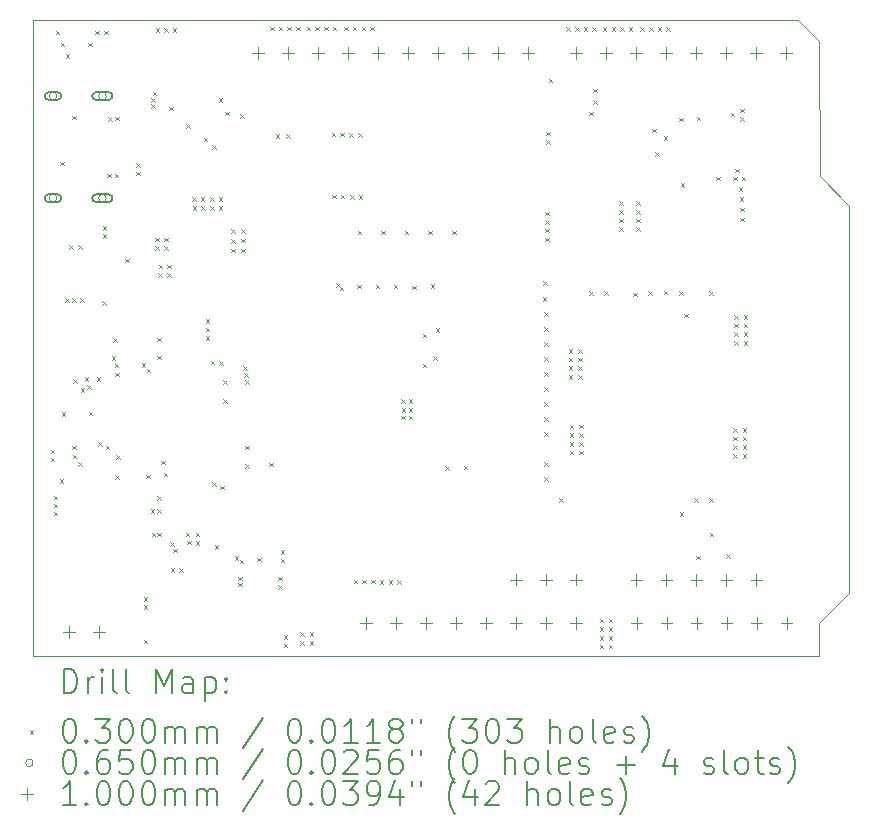
<source format=gbr>
%TF.GenerationSoftware,KiCad,Pcbnew,7.0.6*%
%TF.CreationDate,2024-02-07T19:17:44+08:00*%
%TF.ProjectId,PCB_Main_Board_ESP32S3_RFM95,5043425f-4d61-4696-9e5f-426f6172645f,rev?*%
%TF.SameCoordinates,Original*%
%TF.FileFunction,Drillmap*%
%TF.FilePolarity,Positive*%
%FSLAX45Y45*%
G04 Gerber Fmt 4.5, Leading zero omitted, Abs format (unit mm)*
G04 Created by KiCad (PCBNEW 7.0.6) date 2024-02-07 19:17:44*
%MOMM*%
%LPD*%
G01*
G04 APERTURE LIST*
%ADD10C,0.050000*%
%ADD11C,0.200000*%
%ADD12C,0.030000*%
%ADD13C,0.065000*%
%ADD14C,0.100000*%
G04 APERTURE END LIST*
D10*
X3952240Y-11115040D02*
X3952240Y-5730240D01*
X10609580Y-7053580D02*
X10861040Y-7305040D01*
X10607040Y-5908040D02*
X10609580Y-7053580D01*
X10607040Y-10835640D02*
X10607040Y-11115040D01*
X10861040Y-10581640D02*
X10607040Y-10835640D01*
X10429240Y-5730240D02*
X10607040Y-5908040D01*
X10607040Y-11115040D02*
X3952240Y-11115040D01*
X10861040Y-7305040D02*
X10861040Y-10581640D01*
X3952240Y-5730240D02*
X10429240Y-5730240D01*
D11*
D12*
X4097500Y-9371500D02*
X4127500Y-9401500D01*
X4127500Y-9371500D02*
X4097500Y-9401500D01*
X4097500Y-9439000D02*
X4127500Y-9469000D01*
X4127500Y-9439000D02*
X4097500Y-9469000D01*
X4125000Y-9759000D02*
X4155000Y-9789000D01*
X4155000Y-9759000D02*
X4125000Y-9789000D01*
X4125000Y-9826500D02*
X4155000Y-9856500D01*
X4155000Y-9826500D02*
X4125000Y-9856500D01*
X4125000Y-9894000D02*
X4155000Y-9924000D01*
X4155000Y-9894000D02*
X4125000Y-9924000D01*
X4140000Y-5822500D02*
X4170000Y-5852500D01*
X4170000Y-5822500D02*
X4140000Y-5852500D01*
X4175000Y-9619000D02*
X4205000Y-9649000D01*
X4205000Y-9619000D02*
X4175000Y-9649000D01*
X4180000Y-6930000D02*
X4210000Y-6960000D01*
X4210000Y-6930000D02*
X4180000Y-6960000D01*
X4185000Y-5925000D02*
X4215000Y-5955000D01*
X4215000Y-5925000D02*
X4185000Y-5955000D01*
X4192500Y-9050000D02*
X4222500Y-9080000D01*
X4222500Y-9050000D02*
X4192500Y-9080000D01*
X4222500Y-8089000D02*
X4252500Y-8119000D01*
X4252500Y-8089000D02*
X4222500Y-8119000D01*
X4227500Y-6022500D02*
X4257500Y-6052500D01*
X4257500Y-6022500D02*
X4227500Y-6052500D01*
X4257500Y-7636500D02*
X4287500Y-7666500D01*
X4287500Y-7636500D02*
X4257500Y-7666500D01*
X4278750Y-6542500D02*
X4308750Y-6572500D01*
X4308750Y-6542500D02*
X4278750Y-6572500D01*
X4282500Y-8089000D02*
X4312500Y-8119000D01*
X4312500Y-8089000D02*
X4282500Y-8119000D01*
X4282500Y-9336500D02*
X4312500Y-9366500D01*
X4312500Y-9336500D02*
X4282500Y-9366500D01*
X4285000Y-9411500D02*
X4315000Y-9441500D01*
X4315000Y-9411500D02*
X4285000Y-9441500D01*
X4287500Y-8771500D02*
X4317500Y-8801500D01*
X4317500Y-8771500D02*
X4287500Y-8801500D01*
X4330000Y-7636500D02*
X4360000Y-7666500D01*
X4360000Y-7636500D02*
X4330000Y-7666500D01*
X4330000Y-9474000D02*
X4360000Y-9504000D01*
X4360000Y-9474000D02*
X4330000Y-9504000D01*
X4347500Y-8089000D02*
X4377500Y-8119000D01*
X4377500Y-8089000D02*
X4347500Y-8119000D01*
X4352500Y-8849000D02*
X4382500Y-8879000D01*
X4382500Y-8849000D02*
X4352500Y-8879000D01*
X4387500Y-8754000D02*
X4417500Y-8784000D01*
X4417500Y-8754000D02*
X4387500Y-8784000D01*
X4410000Y-8824000D02*
X4440000Y-8854000D01*
X4440000Y-8824000D02*
X4410000Y-8854000D01*
X4415000Y-5925000D02*
X4445000Y-5955000D01*
X4445000Y-5925000D02*
X4415000Y-5955000D01*
X4420000Y-9049000D02*
X4450000Y-9079000D01*
X4450000Y-9049000D02*
X4420000Y-9079000D01*
X4477500Y-5822500D02*
X4507500Y-5852500D01*
X4507500Y-5822500D02*
X4477500Y-5852500D01*
X4490000Y-8754000D02*
X4520000Y-8784000D01*
X4520000Y-8754000D02*
X4490000Y-8784000D01*
X4502500Y-9306500D02*
X4532500Y-9336500D01*
X4532500Y-9306500D02*
X4502500Y-9336500D01*
X4535000Y-8111500D02*
X4565000Y-8141500D01*
X4565000Y-8111500D02*
X4535000Y-8141500D01*
X4540000Y-7479000D02*
X4570000Y-7509000D01*
X4570000Y-7479000D02*
X4540000Y-7509000D01*
X4540000Y-7546500D02*
X4570000Y-7576500D01*
X4570000Y-7546500D02*
X4540000Y-7576500D01*
X4550000Y-5822500D02*
X4580000Y-5852500D01*
X4580000Y-5822500D02*
X4550000Y-5852500D01*
X4562500Y-9334000D02*
X4592500Y-9364000D01*
X4592500Y-9334000D02*
X4562500Y-9364000D01*
X4579000Y-7032000D02*
X4609000Y-7062000D01*
X4609000Y-7032000D02*
X4579000Y-7062000D01*
X4584000Y-6552500D02*
X4614000Y-6582500D01*
X4614000Y-6552500D02*
X4584000Y-6582500D01*
X4614000Y-8577000D02*
X4644000Y-8607000D01*
X4644000Y-8577000D02*
X4614000Y-8607000D01*
X4630000Y-8426500D02*
X4660000Y-8456500D01*
X4660000Y-8426500D02*
X4630000Y-8456500D01*
X4641000Y-7032500D02*
X4671000Y-7062500D01*
X4671000Y-7032500D02*
X4641000Y-7062500D01*
X4642000Y-8642000D02*
X4672000Y-8672000D01*
X4672000Y-8642000D02*
X4642000Y-8672000D01*
X4645000Y-6552000D02*
X4675000Y-6582000D01*
X4675000Y-6552000D02*
X4645000Y-6582000D01*
X4646250Y-9585000D02*
X4676250Y-9615000D01*
X4676250Y-9585000D02*
X4646250Y-9615000D01*
X4647000Y-8717000D02*
X4677000Y-8747000D01*
X4677000Y-8717000D02*
X4647000Y-8747000D01*
X4654125Y-9418125D02*
X4684125Y-9448125D01*
X4684125Y-9418125D02*
X4654125Y-9448125D01*
X4730000Y-7751500D02*
X4760000Y-7781500D01*
X4760000Y-7751500D02*
X4730000Y-7781500D01*
X4821000Y-6942500D02*
X4851000Y-6972500D01*
X4851000Y-6942500D02*
X4821000Y-6972500D01*
X4821000Y-7015000D02*
X4851000Y-7045000D01*
X4851000Y-7015000D02*
X4821000Y-7045000D01*
X4869000Y-8639000D02*
X4899000Y-8669000D01*
X4899000Y-8639000D02*
X4869000Y-8669000D01*
X4885000Y-10687500D02*
X4915000Y-10717500D01*
X4915000Y-10687500D02*
X4885000Y-10717500D01*
X4885000Y-10979000D02*
X4915000Y-11009000D01*
X4915000Y-10979000D02*
X4885000Y-11009000D01*
X4887500Y-10618750D02*
X4917500Y-10648750D01*
X4917500Y-10618750D02*
X4887500Y-10648750D01*
X4908145Y-9582105D02*
X4938145Y-9612105D01*
X4938145Y-9582105D02*
X4908145Y-9612105D01*
X4912000Y-8683000D02*
X4942000Y-8713000D01*
X4942000Y-8683000D02*
X4912000Y-8713000D01*
X4945000Y-9874000D02*
X4975000Y-9904000D01*
X4975000Y-9874000D02*
X4945000Y-9904000D01*
X4950000Y-6392500D02*
X4980000Y-6422500D01*
X4980000Y-6392500D02*
X4950000Y-6422500D01*
X4950000Y-6445000D02*
X4980000Y-6475000D01*
X4980000Y-6445000D02*
X4950000Y-6475000D01*
X4952500Y-10072500D02*
X4982500Y-10102500D01*
X4982500Y-10072500D02*
X4952500Y-10102500D01*
X4962500Y-6337500D02*
X4992500Y-6367500D01*
X4992500Y-6337500D02*
X4962500Y-6367500D01*
X4982500Y-7574000D02*
X5012500Y-7604000D01*
X5012500Y-7574000D02*
X4982500Y-7604000D01*
X4982500Y-7649000D02*
X5012500Y-7679000D01*
X5012500Y-7649000D02*
X4982500Y-7679000D01*
X4987500Y-5801500D02*
X5017500Y-5831500D01*
X5017500Y-5801500D02*
X4987500Y-5831500D01*
X4998750Y-9762750D02*
X5028750Y-9792750D01*
X5028750Y-9762750D02*
X4998750Y-9792750D01*
X5000000Y-8420000D02*
X5030000Y-8450000D01*
X5030000Y-8420000D02*
X5000000Y-8450000D01*
X5000000Y-9874000D02*
X5030000Y-9904000D01*
X5030000Y-9874000D02*
X5000000Y-9904000D01*
X5000000Y-10074000D02*
X5030000Y-10104000D01*
X5030000Y-10074000D02*
X5000000Y-10104000D01*
X5001000Y-8572000D02*
X5031000Y-8602000D01*
X5031000Y-8572000D02*
X5001000Y-8602000D01*
X5010000Y-7874000D02*
X5040000Y-7904000D01*
X5040000Y-7874000D02*
X5010000Y-7904000D01*
X5012500Y-7804000D02*
X5042500Y-7834000D01*
X5042500Y-7804000D02*
X5012500Y-7834000D01*
X5035000Y-9461500D02*
X5065000Y-9491500D01*
X5065000Y-9461500D02*
X5035000Y-9491500D01*
X5055000Y-9564000D02*
X5085000Y-9594000D01*
X5085000Y-9564000D02*
X5055000Y-9594000D01*
X5060000Y-5801500D02*
X5090000Y-5831500D01*
X5090000Y-5801500D02*
X5060000Y-5831500D01*
X5060000Y-7574000D02*
X5090000Y-7604000D01*
X5090000Y-7574000D02*
X5060000Y-7604000D01*
X5060000Y-7649000D02*
X5090000Y-7679000D01*
X5090000Y-7649000D02*
X5060000Y-7679000D01*
X5085000Y-7804000D02*
X5115000Y-7834000D01*
X5115000Y-7804000D02*
X5085000Y-7834000D01*
X5085000Y-7874000D02*
X5115000Y-7904000D01*
X5115000Y-7874000D02*
X5085000Y-7904000D01*
X5102000Y-6464000D02*
X5132000Y-6494000D01*
X5132000Y-6464000D02*
X5102000Y-6494000D01*
X5112500Y-10153000D02*
X5142500Y-10183000D01*
X5142500Y-10153000D02*
X5112500Y-10183000D01*
X5115050Y-10372500D02*
X5145050Y-10402500D01*
X5145050Y-10372500D02*
X5115050Y-10402500D01*
X5132500Y-5801500D02*
X5162500Y-5831500D01*
X5162500Y-5801500D02*
X5132500Y-5831500D01*
X5135500Y-10209500D02*
X5165500Y-10239500D01*
X5165500Y-10209500D02*
X5135500Y-10239500D01*
X5185000Y-10372500D02*
X5215000Y-10402500D01*
X5215000Y-10372500D02*
X5185000Y-10402500D01*
X5240000Y-10073000D02*
X5270000Y-10103000D01*
X5270000Y-10073000D02*
X5240000Y-10103000D01*
X5248000Y-6613000D02*
X5278000Y-6643000D01*
X5278000Y-6613000D02*
X5248000Y-6643000D01*
X5255000Y-10140000D02*
X5285000Y-10170000D01*
X5285000Y-10140000D02*
X5255000Y-10170000D01*
X5297500Y-7230000D02*
X5327500Y-7260000D01*
X5327500Y-7230000D02*
X5297500Y-7260000D01*
X5300000Y-7307500D02*
X5330000Y-7337500D01*
X5330000Y-7307500D02*
X5300000Y-7337500D01*
X5327500Y-10074000D02*
X5357500Y-10104000D01*
X5357500Y-10074000D02*
X5327500Y-10104000D01*
X5328000Y-10144000D02*
X5358000Y-10174000D01*
X5358000Y-10144000D02*
X5328000Y-10174000D01*
X5370000Y-7230000D02*
X5400000Y-7260000D01*
X5400000Y-7230000D02*
X5370000Y-7260000D01*
X5372500Y-7307500D02*
X5402500Y-7337500D01*
X5402500Y-7307500D02*
X5372500Y-7337500D01*
X5395000Y-6730000D02*
X5425000Y-6760000D01*
X5425000Y-6730000D02*
X5395000Y-6760000D01*
X5412500Y-8266500D02*
X5442500Y-8296500D01*
X5442500Y-8266500D02*
X5412500Y-8296500D01*
X5412500Y-8336500D02*
X5442500Y-8366500D01*
X5442500Y-8336500D02*
X5412500Y-8366500D01*
X5412500Y-8406500D02*
X5442500Y-8436500D01*
X5442500Y-8406500D02*
X5412500Y-8436500D01*
X5447500Y-7232500D02*
X5477500Y-7262500D01*
X5477500Y-7232500D02*
X5447500Y-7262500D01*
X5450000Y-7310000D02*
X5480000Y-7340000D01*
X5480000Y-7310000D02*
X5450000Y-7340000D01*
X5455000Y-8616500D02*
X5485000Y-8646500D01*
X5485000Y-8616500D02*
X5455000Y-8646500D01*
X5465000Y-6792500D02*
X5495000Y-6822500D01*
X5495000Y-6792500D02*
X5465000Y-6822500D01*
X5467500Y-9647000D02*
X5497500Y-9677000D01*
X5497500Y-9647000D02*
X5467500Y-9677000D01*
X5487500Y-10176500D02*
X5517500Y-10206500D01*
X5517500Y-10176500D02*
X5487500Y-10206500D01*
X5520000Y-6395000D02*
X5550000Y-6425000D01*
X5550000Y-6395000D02*
X5520000Y-6425000D01*
X5520000Y-7232500D02*
X5550000Y-7262500D01*
X5550000Y-7232500D02*
X5520000Y-7262500D01*
X5522500Y-7310000D02*
X5552500Y-7340000D01*
X5552500Y-7310000D02*
X5522500Y-7340000D01*
X5527500Y-8619000D02*
X5557500Y-8649000D01*
X5557500Y-8619000D02*
X5527500Y-8649000D01*
X5532500Y-9674000D02*
X5562500Y-9704000D01*
X5562500Y-9674000D02*
X5532500Y-9704000D01*
X5557500Y-8781500D02*
X5587500Y-8811500D01*
X5587500Y-8781500D02*
X5557500Y-8811500D01*
X5560000Y-8941500D02*
X5590000Y-8971500D01*
X5590000Y-8941500D02*
X5560000Y-8971500D01*
X5575000Y-6507500D02*
X5605000Y-6537500D01*
X5605000Y-6507500D02*
X5575000Y-6537500D01*
X5627500Y-7504000D02*
X5657500Y-7534000D01*
X5657500Y-7504000D02*
X5627500Y-7534000D01*
X5627500Y-7586500D02*
X5657500Y-7616500D01*
X5657500Y-7586500D02*
X5627500Y-7616500D01*
X5627500Y-7669000D02*
X5657500Y-7699000D01*
X5657500Y-7669000D02*
X5627500Y-7699000D01*
X5655000Y-10271500D02*
X5685000Y-10301500D01*
X5685000Y-10271500D02*
X5655000Y-10301500D01*
X5685000Y-10445000D02*
X5715000Y-10475000D01*
X5715000Y-10445000D02*
X5685000Y-10475000D01*
X5685000Y-10497500D02*
X5715000Y-10527500D01*
X5715000Y-10497500D02*
X5685000Y-10527500D01*
X5697500Y-10301500D02*
X5727500Y-10331500D01*
X5727500Y-10301500D02*
X5697500Y-10331500D01*
X5705000Y-6527500D02*
X5735000Y-6557500D01*
X5735000Y-6527500D02*
X5705000Y-6557500D01*
X5710000Y-7504000D02*
X5740000Y-7534000D01*
X5740000Y-7504000D02*
X5710000Y-7534000D01*
X5712500Y-7584000D02*
X5742500Y-7614000D01*
X5742500Y-7584000D02*
X5712500Y-7614000D01*
X5712500Y-7666500D02*
X5742500Y-7696500D01*
X5742500Y-7666500D02*
X5712500Y-7696500D01*
X5730000Y-8664000D02*
X5760000Y-8694000D01*
X5760000Y-8664000D02*
X5730000Y-8694000D01*
X5735000Y-8724000D02*
X5765000Y-8754000D01*
X5765000Y-8724000D02*
X5735000Y-8754000D01*
X5745000Y-9494000D02*
X5775000Y-9524000D01*
X5775000Y-9494000D02*
X5745000Y-9524000D01*
X5746250Y-9336500D02*
X5776250Y-9366500D01*
X5776250Y-9336500D02*
X5746250Y-9366500D01*
X5747500Y-8781500D02*
X5777500Y-8811500D01*
X5777500Y-8781500D02*
X5747500Y-8811500D01*
X5845000Y-10284000D02*
X5875000Y-10314000D01*
X5875000Y-10284000D02*
X5845000Y-10314000D01*
X5947000Y-9481000D02*
X5977000Y-9511000D01*
X5977000Y-9481000D02*
X5947000Y-9511000D01*
X5955000Y-5789000D02*
X5985000Y-5819000D01*
X5985000Y-5789000D02*
X5955000Y-5819000D01*
X6002500Y-6700000D02*
X6032500Y-6730000D01*
X6032500Y-6700000D02*
X6002500Y-6730000D01*
X6025000Y-10446500D02*
X6055000Y-10476500D01*
X6055000Y-10446500D02*
X6025000Y-10476500D01*
X6025000Y-10519000D02*
X6055000Y-10549000D01*
X6055000Y-10519000D02*
X6025000Y-10549000D01*
X6030000Y-5789000D02*
X6060000Y-5819000D01*
X6060000Y-5789000D02*
X6030000Y-5819000D01*
X6045000Y-10219000D02*
X6075000Y-10249000D01*
X6075000Y-10219000D02*
X6045000Y-10249000D01*
X6045000Y-10294000D02*
X6075000Y-10324000D01*
X6075000Y-10294000D02*
X6045000Y-10324000D01*
X6072500Y-10941500D02*
X6102500Y-10971500D01*
X6102500Y-10941500D02*
X6072500Y-10971500D01*
X6072500Y-11014000D02*
X6102500Y-11044000D01*
X6102500Y-11014000D02*
X6072500Y-11044000D01*
X6092500Y-6697500D02*
X6122500Y-6727500D01*
X6122500Y-6697500D02*
X6092500Y-6727500D01*
X6102500Y-5789000D02*
X6132500Y-5819000D01*
X6132500Y-5789000D02*
X6102500Y-5819000D01*
X6175000Y-5789000D02*
X6205000Y-5819000D01*
X6205000Y-5789000D02*
X6175000Y-5819000D01*
X6212500Y-10916500D02*
X6242500Y-10946500D01*
X6242500Y-10916500D02*
X6212500Y-10946500D01*
X6212500Y-10989000D02*
X6242500Y-11019000D01*
X6242500Y-10989000D02*
X6212500Y-11019000D01*
X6265000Y-5789000D02*
X6295000Y-5819000D01*
X6295000Y-5789000D02*
X6265000Y-5819000D01*
X6292500Y-10916500D02*
X6322500Y-10946500D01*
X6322500Y-10916500D02*
X6292500Y-10946500D01*
X6292500Y-10989000D02*
X6322500Y-11019000D01*
X6322500Y-10989000D02*
X6292500Y-11019000D01*
X6340000Y-5789000D02*
X6370000Y-5819000D01*
X6370000Y-5789000D02*
X6340000Y-5819000D01*
X6412500Y-5789000D02*
X6442500Y-5819000D01*
X6442500Y-5789000D02*
X6412500Y-5819000D01*
X6477500Y-6687500D02*
X6507500Y-6717500D01*
X6507500Y-6687500D02*
X6477500Y-6717500D01*
X6482500Y-7212500D02*
X6512500Y-7242500D01*
X6512500Y-7212500D02*
X6482500Y-7242500D01*
X6485000Y-5789000D02*
X6515000Y-5819000D01*
X6515000Y-5789000D02*
X6485000Y-5819000D01*
X6515000Y-7960000D02*
X6545000Y-7990000D01*
X6545000Y-7960000D02*
X6515000Y-7990000D01*
X6546000Y-7990000D02*
X6576000Y-8020000D01*
X6576000Y-7990000D02*
X6546000Y-8020000D01*
X6550000Y-6687500D02*
X6580000Y-6717500D01*
X6580000Y-6687500D02*
X6550000Y-6717500D01*
X6555000Y-7212500D02*
X6585000Y-7242500D01*
X6585000Y-7212500D02*
X6555000Y-7242500D01*
X6582500Y-5786500D02*
X6612500Y-5816500D01*
X6612500Y-5786500D02*
X6582500Y-5816500D01*
X6627500Y-6690000D02*
X6657500Y-6720000D01*
X6657500Y-6690000D02*
X6627500Y-6720000D01*
X6632500Y-7215000D02*
X6662500Y-7245000D01*
X6662500Y-7215000D02*
X6632500Y-7245000D01*
X6657500Y-5786500D02*
X6687500Y-5816500D01*
X6687500Y-5786500D02*
X6657500Y-5816500D01*
X6662500Y-10471500D02*
X6692500Y-10501500D01*
X6692500Y-10471500D02*
X6662500Y-10501500D01*
X6693000Y-7974250D02*
X6723000Y-8004250D01*
X6723000Y-7974250D02*
X6693000Y-8004250D01*
X6697000Y-7515000D02*
X6727000Y-7545000D01*
X6727000Y-7515000D02*
X6697000Y-7545000D01*
X6700000Y-6690000D02*
X6730000Y-6720000D01*
X6730000Y-6690000D02*
X6700000Y-6720000D01*
X6705000Y-7215000D02*
X6735000Y-7245000D01*
X6735000Y-7215000D02*
X6705000Y-7245000D01*
X6730000Y-5786500D02*
X6760000Y-5816500D01*
X6760000Y-5786500D02*
X6730000Y-5816500D01*
X6737500Y-10471500D02*
X6767500Y-10501500D01*
X6767500Y-10471500D02*
X6737500Y-10501500D01*
X6802500Y-5786500D02*
X6832500Y-5816500D01*
X6832500Y-5786500D02*
X6802500Y-5816500D01*
X6810000Y-10471500D02*
X6840000Y-10501500D01*
X6840000Y-10471500D02*
X6810000Y-10501500D01*
X6849000Y-7974500D02*
X6879000Y-8004500D01*
X6879000Y-7974500D02*
X6849000Y-8004500D01*
X6885000Y-10474000D02*
X6915000Y-10504000D01*
X6915000Y-10474000D02*
X6885000Y-10504000D01*
X6897000Y-7515000D02*
X6927000Y-7545000D01*
X6927000Y-7515000D02*
X6897000Y-7545000D01*
X6960000Y-10474000D02*
X6990000Y-10504000D01*
X6990000Y-10474000D02*
X6960000Y-10504000D01*
X7004000Y-7974250D02*
X7034000Y-8004250D01*
X7034000Y-7974250D02*
X7004000Y-8004250D01*
X7032500Y-10474000D02*
X7062500Y-10504000D01*
X7062500Y-10474000D02*
X7032500Y-10504000D01*
X7068000Y-8944000D02*
X7098000Y-8974000D01*
X7098000Y-8944000D02*
X7068000Y-8974000D01*
X7068000Y-9083000D02*
X7098000Y-9113000D01*
X7098000Y-9083000D02*
X7068000Y-9113000D01*
X7070000Y-9017000D02*
X7100000Y-9047000D01*
X7100000Y-9017000D02*
X7070000Y-9047000D01*
X7097000Y-7515000D02*
X7127000Y-7545000D01*
X7127000Y-7515000D02*
X7097000Y-7545000D01*
X7130000Y-8943000D02*
X7160000Y-8973000D01*
X7160000Y-8943000D02*
X7130000Y-8973000D01*
X7130000Y-9082000D02*
X7160000Y-9112000D01*
X7160000Y-9082000D02*
X7130000Y-9112000D01*
X7131000Y-9019000D02*
X7161000Y-9049000D01*
X7161000Y-9019000D02*
X7131000Y-9049000D01*
X7160000Y-7983000D02*
X7190000Y-8013000D01*
X7190000Y-7983000D02*
X7160000Y-8013000D01*
X7248000Y-8386000D02*
X7278000Y-8416000D01*
X7278000Y-8386000D02*
X7248000Y-8416000D01*
X7248000Y-8643000D02*
X7278000Y-8673000D01*
X7278000Y-8643000D02*
X7248000Y-8673000D01*
X7297000Y-7515000D02*
X7327000Y-7545000D01*
X7327000Y-7515000D02*
X7297000Y-7545000D01*
X7317000Y-7967000D02*
X7347000Y-7997000D01*
X7347000Y-7967000D02*
X7317000Y-7997000D01*
X7336000Y-8579000D02*
X7366000Y-8609000D01*
X7366000Y-8579000D02*
X7336000Y-8609000D01*
X7359500Y-8341500D02*
X7389500Y-8371500D01*
X7389500Y-8341500D02*
X7359500Y-8371500D01*
X7441000Y-9511000D02*
X7471000Y-9541000D01*
X7471000Y-9511000D02*
X7441000Y-9541000D01*
X7497000Y-7515000D02*
X7527000Y-7545000D01*
X7527000Y-7515000D02*
X7497000Y-7545000D01*
X7597000Y-9507000D02*
X7627000Y-9537000D01*
X7627000Y-9507000D02*
X7597000Y-9537000D01*
X8264950Y-8079000D02*
X8294950Y-8109000D01*
X8294950Y-8079000D02*
X8264950Y-8109000D01*
X8268000Y-7941000D02*
X8298000Y-7971000D01*
X8298000Y-7941000D02*
X8268000Y-7971000D01*
X8277500Y-8204000D02*
X8307500Y-8234000D01*
X8307500Y-8204000D02*
X8277500Y-8234000D01*
X8278000Y-8333500D02*
X8308000Y-8363500D01*
X8308000Y-8333500D02*
X8278000Y-8363500D01*
X8278000Y-8460500D02*
X8308000Y-8490500D01*
X8308000Y-8460500D02*
X8278000Y-8490500D01*
X8278000Y-8587500D02*
X8308000Y-8617500D01*
X8308000Y-8587500D02*
X8278000Y-8617500D01*
X8278000Y-8714500D02*
X8308000Y-8744500D01*
X8308000Y-8714500D02*
X8278000Y-8744500D01*
X8278000Y-8841500D02*
X8308000Y-8871500D01*
X8308000Y-8841500D02*
X8278000Y-8871500D01*
X8278000Y-8968500D02*
X8308000Y-8998500D01*
X8308000Y-8968500D02*
X8278000Y-8998500D01*
X8278000Y-9095500D02*
X8308000Y-9125500D01*
X8308000Y-9095500D02*
X8278000Y-9125500D01*
X8278000Y-9222500D02*
X8308000Y-9252500D01*
X8308000Y-9222500D02*
X8278000Y-9252500D01*
X8278000Y-9476500D02*
X8308000Y-9506500D01*
X8308000Y-9476500D02*
X8278000Y-9506500D01*
X8278000Y-9603500D02*
X8308000Y-9633500D01*
X8308000Y-9603500D02*
X8278000Y-9633500D01*
X8285000Y-7354000D02*
X8315000Y-7384000D01*
X8315000Y-7354000D02*
X8285000Y-7384000D01*
X8285000Y-7426500D02*
X8315000Y-7456500D01*
X8315000Y-7426500D02*
X8285000Y-7456500D01*
X8285000Y-7499000D02*
X8315000Y-7529000D01*
X8315000Y-7499000D02*
X8285000Y-7529000D01*
X8285000Y-7574000D02*
X8315000Y-7604000D01*
X8315000Y-7574000D02*
X8285000Y-7604000D01*
X8292500Y-6679000D02*
X8322500Y-6709000D01*
X8322500Y-6679000D02*
X8292500Y-6709000D01*
X8292500Y-6751500D02*
X8322500Y-6781500D01*
X8322500Y-6751500D02*
X8292500Y-6781500D01*
X8315000Y-6229000D02*
X8345000Y-6259000D01*
X8345000Y-6229000D02*
X8315000Y-6259000D01*
X8405000Y-9781500D02*
X8435000Y-9811500D01*
X8435000Y-9781500D02*
X8405000Y-9811500D01*
X8462500Y-5794000D02*
X8492500Y-5824000D01*
X8492500Y-5794000D02*
X8462500Y-5824000D01*
X8484000Y-8518000D02*
X8514000Y-8548000D01*
X8514000Y-8518000D02*
X8484000Y-8548000D01*
X8484000Y-8590500D02*
X8514000Y-8620500D01*
X8514000Y-8590500D02*
X8484000Y-8620500D01*
X8484000Y-8663000D02*
X8514000Y-8693000D01*
X8514000Y-8663000D02*
X8484000Y-8693000D01*
X8484000Y-8738000D02*
X8514000Y-8768000D01*
X8514000Y-8738000D02*
X8484000Y-8768000D01*
X8492500Y-9159000D02*
X8522500Y-9189000D01*
X8522500Y-9159000D02*
X8492500Y-9189000D01*
X8492500Y-9231500D02*
X8522500Y-9261500D01*
X8522500Y-9231500D02*
X8492500Y-9261500D01*
X8492500Y-9304000D02*
X8522500Y-9334000D01*
X8522500Y-9304000D02*
X8492500Y-9334000D01*
X8492500Y-9379000D02*
X8522500Y-9409000D01*
X8522500Y-9379000D02*
X8492500Y-9409000D01*
X8537500Y-5794000D02*
X8567500Y-5824000D01*
X8567500Y-5794000D02*
X8537500Y-5824000D01*
X8564000Y-8518000D02*
X8594000Y-8548000D01*
X8594000Y-8518000D02*
X8564000Y-8548000D01*
X8564000Y-8590500D02*
X8594000Y-8620500D01*
X8594000Y-8590500D02*
X8564000Y-8620500D01*
X8564000Y-8663000D02*
X8594000Y-8693000D01*
X8594000Y-8663000D02*
X8564000Y-8693000D01*
X8564000Y-8738000D02*
X8594000Y-8768000D01*
X8594000Y-8738000D02*
X8564000Y-8768000D01*
X8572500Y-9159000D02*
X8602500Y-9189000D01*
X8602500Y-9159000D02*
X8572500Y-9189000D01*
X8572500Y-9231500D02*
X8602500Y-9261500D01*
X8602500Y-9231500D02*
X8572500Y-9261500D01*
X8572500Y-9304000D02*
X8602500Y-9334000D01*
X8602500Y-9304000D02*
X8572500Y-9334000D01*
X8572500Y-9379000D02*
X8602500Y-9409000D01*
X8602500Y-9379000D02*
X8572500Y-9409000D01*
X8610000Y-5794000D02*
X8640000Y-5824000D01*
X8640000Y-5794000D02*
X8610000Y-5824000D01*
X8657000Y-8030000D02*
X8687000Y-8060000D01*
X8687000Y-8030000D02*
X8657000Y-8060000D01*
X8657500Y-6506500D02*
X8687500Y-6536500D01*
X8687500Y-6506500D02*
X8657500Y-6536500D01*
X8682500Y-5794000D02*
X8712500Y-5824000D01*
X8712500Y-5794000D02*
X8682500Y-5824000D01*
X8690000Y-6411500D02*
X8720000Y-6441500D01*
X8720000Y-6411500D02*
X8690000Y-6441500D01*
X8692500Y-6314000D02*
X8722500Y-6344000D01*
X8722500Y-6314000D02*
X8692500Y-6344000D01*
X8745000Y-10801500D02*
X8775000Y-10831500D01*
X8775000Y-10801500D02*
X8745000Y-10831500D01*
X8745000Y-10874000D02*
X8775000Y-10904000D01*
X8775000Y-10874000D02*
X8745000Y-10904000D01*
X8745000Y-10946500D02*
X8775000Y-10976500D01*
X8775000Y-10946500D02*
X8745000Y-10976500D01*
X8745000Y-11021500D02*
X8775000Y-11051500D01*
X8775000Y-11021500D02*
X8745000Y-11051500D01*
X8772500Y-5794000D02*
X8802500Y-5824000D01*
X8802500Y-5794000D02*
X8772500Y-5824000D01*
X8784000Y-8030000D02*
X8814000Y-8060000D01*
X8814000Y-8030000D02*
X8784000Y-8060000D01*
X8825000Y-10801500D02*
X8855000Y-10831500D01*
X8855000Y-10801500D02*
X8825000Y-10831500D01*
X8825000Y-10874000D02*
X8855000Y-10904000D01*
X8855000Y-10874000D02*
X8825000Y-10904000D01*
X8825000Y-10946500D02*
X8855000Y-10976500D01*
X8855000Y-10946500D02*
X8825000Y-10976500D01*
X8825000Y-11021500D02*
X8855000Y-11051500D01*
X8855000Y-11021500D02*
X8825000Y-11051500D01*
X8847500Y-5794000D02*
X8877500Y-5824000D01*
X8877500Y-5794000D02*
X8847500Y-5824000D01*
X8912500Y-7266500D02*
X8942500Y-7296500D01*
X8942500Y-7266500D02*
X8912500Y-7296500D01*
X8912500Y-7341500D02*
X8942500Y-7371500D01*
X8942500Y-7341500D02*
X8912500Y-7371500D01*
X8912500Y-7414000D02*
X8942500Y-7444000D01*
X8942500Y-7414000D02*
X8912500Y-7444000D01*
X8912500Y-7486500D02*
X8942500Y-7516500D01*
X8942500Y-7486500D02*
X8912500Y-7516500D01*
X8920000Y-5794000D02*
X8950000Y-5824000D01*
X8950000Y-5794000D02*
X8920000Y-5824000D01*
X8992500Y-5794000D02*
X9022500Y-5824000D01*
X9022500Y-5794000D02*
X8992500Y-5824000D01*
X9032500Y-8040000D02*
X9062500Y-8070000D01*
X9062500Y-8040000D02*
X9032500Y-8070000D01*
X9056000Y-7268000D02*
X9086000Y-7298000D01*
X9086000Y-7268000D02*
X9056000Y-7298000D01*
X9056000Y-7343000D02*
X9086000Y-7373000D01*
X9086000Y-7343000D02*
X9056000Y-7373000D01*
X9056000Y-7415500D02*
X9086000Y-7445500D01*
X9086000Y-7415500D02*
X9056000Y-7445500D01*
X9056000Y-7488000D02*
X9086000Y-7518000D01*
X9086000Y-7488000D02*
X9056000Y-7518000D01*
X9090000Y-5791500D02*
X9120000Y-5821500D01*
X9120000Y-5791500D02*
X9090000Y-5821500D01*
X9157500Y-8030000D02*
X9187500Y-8060000D01*
X9187500Y-8030000D02*
X9157500Y-8060000D01*
X9165000Y-5791500D02*
X9195000Y-5821500D01*
X9195000Y-5791500D02*
X9165000Y-5821500D01*
X9190000Y-6651500D02*
X9220000Y-6681500D01*
X9220000Y-6651500D02*
X9190000Y-6681500D01*
X9217500Y-6851500D02*
X9247500Y-6881500D01*
X9247500Y-6851500D02*
X9217500Y-6881500D01*
X9237500Y-5791500D02*
X9267500Y-5821500D01*
X9267500Y-5791500D02*
X9237500Y-5821500D01*
X9290000Y-6717500D02*
X9320000Y-6747500D01*
X9320000Y-6717500D02*
X9290000Y-6747500D01*
X9290000Y-8024000D02*
X9320000Y-8054000D01*
X9320000Y-8024000D02*
X9290000Y-8054000D01*
X9310000Y-5791500D02*
X9340000Y-5821500D01*
X9340000Y-5791500D02*
X9310000Y-5821500D01*
X9420000Y-6559000D02*
X9450000Y-6589000D01*
X9450000Y-6559000D02*
X9420000Y-6589000D01*
X9420000Y-8026500D02*
X9450000Y-8056500D01*
X9450000Y-8026500D02*
X9420000Y-8056500D01*
X9425000Y-9899000D02*
X9455000Y-9929000D01*
X9455000Y-9899000D02*
X9425000Y-9929000D01*
X9433000Y-7115250D02*
X9463000Y-7145250D01*
X9463000Y-7115250D02*
X9433000Y-7145250D01*
X9462500Y-8219000D02*
X9492500Y-8249000D01*
X9492500Y-8219000D02*
X9462500Y-8249000D01*
X9546000Y-9780000D02*
X9576000Y-9810000D01*
X9576000Y-9780000D02*
X9546000Y-9810000D01*
X9565000Y-10266500D02*
X9595000Y-10296500D01*
X9595000Y-10266500D02*
X9565000Y-10296500D01*
X9567500Y-6549000D02*
X9597500Y-6579000D01*
X9597500Y-6549000D02*
X9567500Y-6579000D01*
X9673000Y-8030000D02*
X9703000Y-8060000D01*
X9703000Y-8030000D02*
X9673000Y-8060000D01*
X9673000Y-9780000D02*
X9703000Y-9810000D01*
X9703000Y-9780000D02*
X9673000Y-9810000D01*
X9677500Y-10071500D02*
X9707500Y-10101500D01*
X9707500Y-10071500D02*
X9677500Y-10101500D01*
X9732000Y-7057000D02*
X9762000Y-7087000D01*
X9762000Y-7057000D02*
X9732000Y-7087000D01*
X9817500Y-10254000D02*
X9847500Y-10284000D01*
X9847500Y-10254000D02*
X9817500Y-10284000D01*
X9857000Y-6517000D02*
X9887000Y-6547000D01*
X9887000Y-6517000D02*
X9857000Y-6547000D01*
X9875000Y-7059000D02*
X9905000Y-7089000D01*
X9905000Y-7059000D02*
X9875000Y-7089000D01*
X9877500Y-9186500D02*
X9907500Y-9216500D01*
X9907500Y-9186500D02*
X9877500Y-9216500D01*
X9877500Y-9259000D02*
X9907500Y-9289000D01*
X9907500Y-9259000D02*
X9877500Y-9289000D01*
X9877500Y-9331500D02*
X9907500Y-9361500D01*
X9907500Y-9331500D02*
X9877500Y-9361500D01*
X9877500Y-9406500D02*
X9907500Y-9436500D01*
X9907500Y-9406500D02*
X9877500Y-9436500D01*
X9885000Y-8231500D02*
X9915000Y-8261500D01*
X9915000Y-8231500D02*
X9885000Y-8261500D01*
X9885000Y-8304000D02*
X9915000Y-8334000D01*
X9915000Y-8304000D02*
X9885000Y-8334000D01*
X9885000Y-8376500D02*
X9915000Y-8406500D01*
X9915000Y-8376500D02*
X9885000Y-8406500D01*
X9885000Y-8451500D02*
X9915000Y-8481500D01*
X9915000Y-8451500D02*
X9885000Y-8481500D01*
X9892500Y-6989000D02*
X9922500Y-7019000D01*
X9922500Y-6989000D02*
X9892500Y-7019000D01*
X9922500Y-7149000D02*
X9952500Y-7179000D01*
X9952500Y-7149000D02*
X9922500Y-7179000D01*
X9932500Y-7231500D02*
X9962500Y-7261500D01*
X9962500Y-7231500D02*
X9932500Y-7261500D01*
X9935000Y-7319000D02*
X9965000Y-7349000D01*
X9965000Y-7319000D02*
X9935000Y-7349000D01*
X9935000Y-7404000D02*
X9965000Y-7434000D01*
X9965000Y-7404000D02*
X9935000Y-7434000D01*
X9937000Y-6481500D02*
X9967000Y-6511500D01*
X9967000Y-6481500D02*
X9937000Y-6511500D01*
X9937000Y-6554000D02*
X9967000Y-6584000D01*
X9967000Y-6554000D02*
X9937000Y-6584000D01*
X9947500Y-7059000D02*
X9977500Y-7089000D01*
X9977500Y-7059000D02*
X9947500Y-7089000D01*
X9957500Y-9186500D02*
X9987500Y-9216500D01*
X9987500Y-9186500D02*
X9957500Y-9216500D01*
X9957500Y-9259000D02*
X9987500Y-9289000D01*
X9987500Y-9259000D02*
X9957500Y-9289000D01*
X9957500Y-9331500D02*
X9987500Y-9361500D01*
X9987500Y-9331500D02*
X9957500Y-9361500D01*
X9957500Y-9406500D02*
X9987500Y-9436500D01*
X9987500Y-9406500D02*
X9957500Y-9436500D01*
X9965000Y-8231500D02*
X9995000Y-8261500D01*
X9995000Y-8231500D02*
X9965000Y-8261500D01*
X9965000Y-8304000D02*
X9995000Y-8334000D01*
X9995000Y-8304000D02*
X9965000Y-8334000D01*
X9965000Y-8376500D02*
X9995000Y-8406500D01*
X9995000Y-8376500D02*
X9965000Y-8406500D01*
X9965000Y-8451500D02*
X9995000Y-8481500D01*
X9995000Y-8451500D02*
X9965000Y-8481500D01*
D13*
X4150500Y-6375000D02*
G75*
G03*
X4150500Y-6375000I-32500J0D01*
G01*
D11*
X4155500Y-6342500D02*
X4080500Y-6342500D01*
X4080500Y-6342500D02*
G75*
G03*
X4080500Y-6407500I0J-32500D01*
G01*
X4080500Y-6407500D02*
X4155500Y-6407500D01*
X4155500Y-6407500D02*
G75*
G03*
X4155500Y-6342500I0J32500D01*
G01*
D13*
X4150500Y-7240000D02*
G75*
G03*
X4150500Y-7240000I-32500J0D01*
G01*
D11*
X4155500Y-7207500D02*
X4080500Y-7207500D01*
X4080500Y-7207500D02*
G75*
G03*
X4080500Y-7272500I0J-32500D01*
G01*
X4080500Y-7272500D02*
X4155500Y-7272500D01*
X4155500Y-7272500D02*
G75*
G03*
X4155500Y-7207500I0J32500D01*
G01*
D13*
X4568500Y-6375000D02*
G75*
G03*
X4568500Y-6375000I-32500J0D01*
G01*
D11*
X4589516Y-6342500D02*
X4482484Y-6342500D01*
X4482484Y-6342500D02*
G75*
G03*
X4482484Y-6407500I0J-32500D01*
G01*
X4482484Y-6407500D02*
X4589516Y-6407500D01*
X4589516Y-6407500D02*
G75*
G03*
X4589516Y-6342500I0J32500D01*
G01*
D13*
X4568500Y-7240000D02*
G75*
G03*
X4568500Y-7240000I-32500J0D01*
G01*
D11*
X4589516Y-7207500D02*
X4482484Y-7207500D01*
X4482484Y-7207500D02*
G75*
G03*
X4482484Y-7272500I0J-32500D01*
G01*
X4482484Y-7272500D02*
X4589516Y-7272500D01*
X4589516Y-7272500D02*
G75*
G03*
X4589516Y-7207500I0J32500D01*
G01*
D14*
X4255000Y-10860000D02*
X4255000Y-10960000D01*
X4205000Y-10910000D02*
X4305000Y-10910000D01*
X4505000Y-10860000D02*
X4505000Y-10960000D01*
X4455000Y-10910000D02*
X4555000Y-10910000D01*
X5854000Y-5960000D02*
X5854000Y-6060000D01*
X5804000Y-6010000D02*
X5904000Y-6010000D01*
X6108000Y-5960000D02*
X6108000Y-6060000D01*
X6058000Y-6010000D02*
X6158000Y-6010000D01*
X6362000Y-5960000D02*
X6362000Y-6060000D01*
X6312000Y-6010000D02*
X6412000Y-6010000D01*
X6616000Y-5960000D02*
X6616000Y-6060000D01*
X6566000Y-6010000D02*
X6666000Y-6010000D01*
X6771000Y-10785000D02*
X6771000Y-10885000D01*
X6721000Y-10835000D02*
X6821000Y-10835000D01*
X6870000Y-5960000D02*
X6870000Y-6060000D01*
X6820000Y-6010000D02*
X6920000Y-6010000D01*
X7025000Y-10785000D02*
X7025000Y-10885000D01*
X6975000Y-10835000D02*
X7075000Y-10835000D01*
X7124000Y-5960000D02*
X7124000Y-6060000D01*
X7074000Y-6010000D02*
X7174000Y-6010000D01*
X7279000Y-10785000D02*
X7279000Y-10885000D01*
X7229000Y-10835000D02*
X7329000Y-10835000D01*
X7378000Y-5960000D02*
X7378000Y-6060000D01*
X7328000Y-6010000D02*
X7428000Y-6010000D01*
X7533000Y-10785000D02*
X7533000Y-10885000D01*
X7483000Y-10835000D02*
X7583000Y-10835000D01*
X7632000Y-5960000D02*
X7632000Y-6060000D01*
X7582000Y-6010000D02*
X7682000Y-6010000D01*
X7787000Y-10785000D02*
X7787000Y-10885000D01*
X7737000Y-10835000D02*
X7837000Y-10835000D01*
X7886000Y-5960000D02*
X7886000Y-6060000D01*
X7836000Y-6010000D02*
X7936000Y-6010000D01*
X8038000Y-10419000D02*
X8038000Y-10519000D01*
X7988000Y-10469000D02*
X8088000Y-10469000D01*
X8041000Y-10785000D02*
X8041000Y-10885000D01*
X7991000Y-10835000D02*
X8091000Y-10835000D01*
X8140000Y-5960000D02*
X8140000Y-6060000D01*
X8090000Y-6010000D02*
X8190000Y-6010000D01*
X8292000Y-10419000D02*
X8292000Y-10519000D01*
X8242000Y-10469000D02*
X8342000Y-10469000D01*
X8295000Y-10785000D02*
X8295000Y-10885000D01*
X8245000Y-10835000D02*
X8345000Y-10835000D01*
X8546000Y-10419000D02*
X8546000Y-10519000D01*
X8496000Y-10469000D02*
X8596000Y-10469000D01*
X8548000Y-5960000D02*
X8548000Y-6060000D01*
X8498000Y-6010000D02*
X8598000Y-6010000D01*
X8549000Y-10785000D02*
X8549000Y-10885000D01*
X8499000Y-10835000D02*
X8599000Y-10835000D01*
X8802000Y-5960000D02*
X8802000Y-6060000D01*
X8752000Y-6010000D02*
X8852000Y-6010000D01*
X9056000Y-5960000D02*
X9056000Y-6060000D01*
X9006000Y-6010000D02*
X9106000Y-6010000D01*
X9058000Y-10426000D02*
X9058000Y-10526000D01*
X9008000Y-10476000D02*
X9108000Y-10476000D01*
X9059000Y-10785000D02*
X9059000Y-10885000D01*
X9009000Y-10835000D02*
X9109000Y-10835000D01*
X9310000Y-5960000D02*
X9310000Y-6060000D01*
X9260000Y-6010000D02*
X9360000Y-6010000D01*
X9312000Y-10426000D02*
X9312000Y-10526000D01*
X9262000Y-10476000D02*
X9362000Y-10476000D01*
X9313000Y-10785000D02*
X9313000Y-10885000D01*
X9263000Y-10835000D02*
X9363000Y-10835000D01*
X9564000Y-5960000D02*
X9564000Y-6060000D01*
X9514000Y-6010000D02*
X9614000Y-6010000D01*
X9566000Y-10426000D02*
X9566000Y-10526000D01*
X9516000Y-10476000D02*
X9616000Y-10476000D01*
X9567000Y-10785000D02*
X9567000Y-10885000D01*
X9517000Y-10835000D02*
X9617000Y-10835000D01*
X9818000Y-5960000D02*
X9818000Y-6060000D01*
X9768000Y-6010000D02*
X9868000Y-6010000D01*
X9820000Y-10426000D02*
X9820000Y-10526000D01*
X9770000Y-10476000D02*
X9870000Y-10476000D01*
X9821000Y-10785000D02*
X9821000Y-10885000D01*
X9771000Y-10835000D02*
X9871000Y-10835000D01*
X10072000Y-5960000D02*
X10072000Y-6060000D01*
X10022000Y-6010000D02*
X10122000Y-6010000D01*
X10074000Y-10426000D02*
X10074000Y-10526000D01*
X10024000Y-10476000D02*
X10124000Y-10476000D01*
X10075000Y-10785000D02*
X10075000Y-10885000D01*
X10025000Y-10835000D02*
X10125000Y-10835000D01*
X10326000Y-5960000D02*
X10326000Y-6060000D01*
X10276000Y-6010000D02*
X10376000Y-6010000D01*
X10329000Y-10785000D02*
X10329000Y-10885000D01*
X10279000Y-10835000D02*
X10379000Y-10835000D01*
D11*
X4210517Y-11429024D02*
X4210517Y-11229024D01*
X4210517Y-11229024D02*
X4258136Y-11229024D01*
X4258136Y-11229024D02*
X4286707Y-11238548D01*
X4286707Y-11238548D02*
X4305755Y-11257595D01*
X4305755Y-11257595D02*
X4315279Y-11276643D01*
X4315279Y-11276643D02*
X4324803Y-11314738D01*
X4324803Y-11314738D02*
X4324803Y-11343309D01*
X4324803Y-11343309D02*
X4315279Y-11381405D01*
X4315279Y-11381405D02*
X4305755Y-11400452D01*
X4305755Y-11400452D02*
X4286707Y-11419500D01*
X4286707Y-11419500D02*
X4258136Y-11429024D01*
X4258136Y-11429024D02*
X4210517Y-11429024D01*
X4410517Y-11429024D02*
X4410517Y-11295690D01*
X4410517Y-11333786D02*
X4420041Y-11314738D01*
X4420041Y-11314738D02*
X4429564Y-11305214D01*
X4429564Y-11305214D02*
X4448612Y-11295690D01*
X4448612Y-11295690D02*
X4467660Y-11295690D01*
X4534326Y-11429024D02*
X4534326Y-11295690D01*
X4534326Y-11229024D02*
X4524803Y-11238548D01*
X4524803Y-11238548D02*
X4534326Y-11248071D01*
X4534326Y-11248071D02*
X4543850Y-11238548D01*
X4543850Y-11238548D02*
X4534326Y-11229024D01*
X4534326Y-11229024D02*
X4534326Y-11248071D01*
X4658136Y-11429024D02*
X4639088Y-11419500D01*
X4639088Y-11419500D02*
X4629564Y-11400452D01*
X4629564Y-11400452D02*
X4629564Y-11229024D01*
X4762898Y-11429024D02*
X4743850Y-11419500D01*
X4743850Y-11419500D02*
X4734326Y-11400452D01*
X4734326Y-11400452D02*
X4734326Y-11229024D01*
X4991469Y-11429024D02*
X4991469Y-11229024D01*
X4991469Y-11229024D02*
X5058136Y-11371881D01*
X5058136Y-11371881D02*
X5124803Y-11229024D01*
X5124803Y-11229024D02*
X5124803Y-11429024D01*
X5305755Y-11429024D02*
X5305755Y-11324262D01*
X5305755Y-11324262D02*
X5296231Y-11305214D01*
X5296231Y-11305214D02*
X5277184Y-11295690D01*
X5277184Y-11295690D02*
X5239088Y-11295690D01*
X5239088Y-11295690D02*
X5220041Y-11305214D01*
X5305755Y-11419500D02*
X5286707Y-11429024D01*
X5286707Y-11429024D02*
X5239088Y-11429024D01*
X5239088Y-11429024D02*
X5220041Y-11419500D01*
X5220041Y-11419500D02*
X5210517Y-11400452D01*
X5210517Y-11400452D02*
X5210517Y-11381405D01*
X5210517Y-11381405D02*
X5220041Y-11362357D01*
X5220041Y-11362357D02*
X5239088Y-11352833D01*
X5239088Y-11352833D02*
X5286707Y-11352833D01*
X5286707Y-11352833D02*
X5305755Y-11343309D01*
X5400993Y-11295690D02*
X5400993Y-11495690D01*
X5400993Y-11305214D02*
X5420041Y-11295690D01*
X5420041Y-11295690D02*
X5458136Y-11295690D01*
X5458136Y-11295690D02*
X5477184Y-11305214D01*
X5477184Y-11305214D02*
X5486707Y-11314738D01*
X5486707Y-11314738D02*
X5496231Y-11333786D01*
X5496231Y-11333786D02*
X5496231Y-11390928D01*
X5496231Y-11390928D02*
X5486707Y-11409976D01*
X5486707Y-11409976D02*
X5477184Y-11419500D01*
X5477184Y-11419500D02*
X5458136Y-11429024D01*
X5458136Y-11429024D02*
X5420041Y-11429024D01*
X5420041Y-11429024D02*
X5400993Y-11419500D01*
X5581945Y-11409976D02*
X5591469Y-11419500D01*
X5591469Y-11419500D02*
X5581945Y-11429024D01*
X5581945Y-11429024D02*
X5572422Y-11419500D01*
X5572422Y-11419500D02*
X5581945Y-11409976D01*
X5581945Y-11409976D02*
X5581945Y-11429024D01*
X5581945Y-11305214D02*
X5591469Y-11314738D01*
X5591469Y-11314738D02*
X5581945Y-11324262D01*
X5581945Y-11324262D02*
X5572422Y-11314738D01*
X5572422Y-11314738D02*
X5581945Y-11305214D01*
X5581945Y-11305214D02*
X5581945Y-11324262D01*
D12*
X3919740Y-11742540D02*
X3949740Y-11772540D01*
X3949740Y-11742540D02*
X3919740Y-11772540D01*
D11*
X4248612Y-11649024D02*
X4267660Y-11649024D01*
X4267660Y-11649024D02*
X4286707Y-11658548D01*
X4286707Y-11658548D02*
X4296231Y-11668071D01*
X4296231Y-11668071D02*
X4305755Y-11687119D01*
X4305755Y-11687119D02*
X4315279Y-11725214D01*
X4315279Y-11725214D02*
X4315279Y-11772833D01*
X4315279Y-11772833D02*
X4305755Y-11810928D01*
X4305755Y-11810928D02*
X4296231Y-11829976D01*
X4296231Y-11829976D02*
X4286707Y-11839500D01*
X4286707Y-11839500D02*
X4267660Y-11849024D01*
X4267660Y-11849024D02*
X4248612Y-11849024D01*
X4248612Y-11849024D02*
X4229564Y-11839500D01*
X4229564Y-11839500D02*
X4220041Y-11829976D01*
X4220041Y-11829976D02*
X4210517Y-11810928D01*
X4210517Y-11810928D02*
X4200993Y-11772833D01*
X4200993Y-11772833D02*
X4200993Y-11725214D01*
X4200993Y-11725214D02*
X4210517Y-11687119D01*
X4210517Y-11687119D02*
X4220041Y-11668071D01*
X4220041Y-11668071D02*
X4229564Y-11658548D01*
X4229564Y-11658548D02*
X4248612Y-11649024D01*
X4400993Y-11829976D02*
X4410517Y-11839500D01*
X4410517Y-11839500D02*
X4400993Y-11849024D01*
X4400993Y-11849024D02*
X4391469Y-11839500D01*
X4391469Y-11839500D02*
X4400993Y-11829976D01*
X4400993Y-11829976D02*
X4400993Y-11849024D01*
X4477184Y-11649024D02*
X4600993Y-11649024D01*
X4600993Y-11649024D02*
X4534326Y-11725214D01*
X4534326Y-11725214D02*
X4562898Y-11725214D01*
X4562898Y-11725214D02*
X4581945Y-11734738D01*
X4581945Y-11734738D02*
X4591469Y-11744262D01*
X4591469Y-11744262D02*
X4600993Y-11763309D01*
X4600993Y-11763309D02*
X4600993Y-11810928D01*
X4600993Y-11810928D02*
X4591469Y-11829976D01*
X4591469Y-11829976D02*
X4581945Y-11839500D01*
X4581945Y-11839500D02*
X4562898Y-11849024D01*
X4562898Y-11849024D02*
X4505755Y-11849024D01*
X4505755Y-11849024D02*
X4486707Y-11839500D01*
X4486707Y-11839500D02*
X4477184Y-11829976D01*
X4724803Y-11649024D02*
X4743850Y-11649024D01*
X4743850Y-11649024D02*
X4762898Y-11658548D01*
X4762898Y-11658548D02*
X4772422Y-11668071D01*
X4772422Y-11668071D02*
X4781945Y-11687119D01*
X4781945Y-11687119D02*
X4791469Y-11725214D01*
X4791469Y-11725214D02*
X4791469Y-11772833D01*
X4791469Y-11772833D02*
X4781945Y-11810928D01*
X4781945Y-11810928D02*
X4772422Y-11829976D01*
X4772422Y-11829976D02*
X4762898Y-11839500D01*
X4762898Y-11839500D02*
X4743850Y-11849024D01*
X4743850Y-11849024D02*
X4724803Y-11849024D01*
X4724803Y-11849024D02*
X4705755Y-11839500D01*
X4705755Y-11839500D02*
X4696231Y-11829976D01*
X4696231Y-11829976D02*
X4686707Y-11810928D01*
X4686707Y-11810928D02*
X4677184Y-11772833D01*
X4677184Y-11772833D02*
X4677184Y-11725214D01*
X4677184Y-11725214D02*
X4686707Y-11687119D01*
X4686707Y-11687119D02*
X4696231Y-11668071D01*
X4696231Y-11668071D02*
X4705755Y-11658548D01*
X4705755Y-11658548D02*
X4724803Y-11649024D01*
X4915279Y-11649024D02*
X4934326Y-11649024D01*
X4934326Y-11649024D02*
X4953374Y-11658548D01*
X4953374Y-11658548D02*
X4962898Y-11668071D01*
X4962898Y-11668071D02*
X4972422Y-11687119D01*
X4972422Y-11687119D02*
X4981945Y-11725214D01*
X4981945Y-11725214D02*
X4981945Y-11772833D01*
X4981945Y-11772833D02*
X4972422Y-11810928D01*
X4972422Y-11810928D02*
X4962898Y-11829976D01*
X4962898Y-11829976D02*
X4953374Y-11839500D01*
X4953374Y-11839500D02*
X4934326Y-11849024D01*
X4934326Y-11849024D02*
X4915279Y-11849024D01*
X4915279Y-11849024D02*
X4896231Y-11839500D01*
X4896231Y-11839500D02*
X4886707Y-11829976D01*
X4886707Y-11829976D02*
X4877184Y-11810928D01*
X4877184Y-11810928D02*
X4867660Y-11772833D01*
X4867660Y-11772833D02*
X4867660Y-11725214D01*
X4867660Y-11725214D02*
X4877184Y-11687119D01*
X4877184Y-11687119D02*
X4886707Y-11668071D01*
X4886707Y-11668071D02*
X4896231Y-11658548D01*
X4896231Y-11658548D02*
X4915279Y-11649024D01*
X5067660Y-11849024D02*
X5067660Y-11715690D01*
X5067660Y-11734738D02*
X5077184Y-11725214D01*
X5077184Y-11725214D02*
X5096231Y-11715690D01*
X5096231Y-11715690D02*
X5124803Y-11715690D01*
X5124803Y-11715690D02*
X5143850Y-11725214D01*
X5143850Y-11725214D02*
X5153374Y-11744262D01*
X5153374Y-11744262D02*
X5153374Y-11849024D01*
X5153374Y-11744262D02*
X5162898Y-11725214D01*
X5162898Y-11725214D02*
X5181945Y-11715690D01*
X5181945Y-11715690D02*
X5210517Y-11715690D01*
X5210517Y-11715690D02*
X5229565Y-11725214D01*
X5229565Y-11725214D02*
X5239088Y-11744262D01*
X5239088Y-11744262D02*
X5239088Y-11849024D01*
X5334326Y-11849024D02*
X5334326Y-11715690D01*
X5334326Y-11734738D02*
X5343850Y-11725214D01*
X5343850Y-11725214D02*
X5362898Y-11715690D01*
X5362898Y-11715690D02*
X5391469Y-11715690D01*
X5391469Y-11715690D02*
X5410517Y-11725214D01*
X5410517Y-11725214D02*
X5420041Y-11744262D01*
X5420041Y-11744262D02*
X5420041Y-11849024D01*
X5420041Y-11744262D02*
X5429565Y-11725214D01*
X5429565Y-11725214D02*
X5448612Y-11715690D01*
X5448612Y-11715690D02*
X5477184Y-11715690D01*
X5477184Y-11715690D02*
X5496231Y-11725214D01*
X5496231Y-11725214D02*
X5505755Y-11744262D01*
X5505755Y-11744262D02*
X5505755Y-11849024D01*
X5896231Y-11639500D02*
X5724803Y-11896643D01*
X6153374Y-11649024D02*
X6172422Y-11649024D01*
X6172422Y-11649024D02*
X6191469Y-11658548D01*
X6191469Y-11658548D02*
X6200993Y-11668071D01*
X6200993Y-11668071D02*
X6210517Y-11687119D01*
X6210517Y-11687119D02*
X6220041Y-11725214D01*
X6220041Y-11725214D02*
X6220041Y-11772833D01*
X6220041Y-11772833D02*
X6210517Y-11810928D01*
X6210517Y-11810928D02*
X6200993Y-11829976D01*
X6200993Y-11829976D02*
X6191469Y-11839500D01*
X6191469Y-11839500D02*
X6172422Y-11849024D01*
X6172422Y-11849024D02*
X6153374Y-11849024D01*
X6153374Y-11849024D02*
X6134326Y-11839500D01*
X6134326Y-11839500D02*
X6124803Y-11829976D01*
X6124803Y-11829976D02*
X6115279Y-11810928D01*
X6115279Y-11810928D02*
X6105755Y-11772833D01*
X6105755Y-11772833D02*
X6105755Y-11725214D01*
X6105755Y-11725214D02*
X6115279Y-11687119D01*
X6115279Y-11687119D02*
X6124803Y-11668071D01*
X6124803Y-11668071D02*
X6134326Y-11658548D01*
X6134326Y-11658548D02*
X6153374Y-11649024D01*
X6305755Y-11829976D02*
X6315279Y-11839500D01*
X6315279Y-11839500D02*
X6305755Y-11849024D01*
X6305755Y-11849024D02*
X6296231Y-11839500D01*
X6296231Y-11839500D02*
X6305755Y-11829976D01*
X6305755Y-11829976D02*
X6305755Y-11849024D01*
X6439088Y-11649024D02*
X6458136Y-11649024D01*
X6458136Y-11649024D02*
X6477184Y-11658548D01*
X6477184Y-11658548D02*
X6486707Y-11668071D01*
X6486707Y-11668071D02*
X6496231Y-11687119D01*
X6496231Y-11687119D02*
X6505755Y-11725214D01*
X6505755Y-11725214D02*
X6505755Y-11772833D01*
X6505755Y-11772833D02*
X6496231Y-11810928D01*
X6496231Y-11810928D02*
X6486707Y-11829976D01*
X6486707Y-11829976D02*
X6477184Y-11839500D01*
X6477184Y-11839500D02*
X6458136Y-11849024D01*
X6458136Y-11849024D02*
X6439088Y-11849024D01*
X6439088Y-11849024D02*
X6420041Y-11839500D01*
X6420041Y-11839500D02*
X6410517Y-11829976D01*
X6410517Y-11829976D02*
X6400993Y-11810928D01*
X6400993Y-11810928D02*
X6391469Y-11772833D01*
X6391469Y-11772833D02*
X6391469Y-11725214D01*
X6391469Y-11725214D02*
X6400993Y-11687119D01*
X6400993Y-11687119D02*
X6410517Y-11668071D01*
X6410517Y-11668071D02*
X6420041Y-11658548D01*
X6420041Y-11658548D02*
X6439088Y-11649024D01*
X6696231Y-11849024D02*
X6581946Y-11849024D01*
X6639088Y-11849024D02*
X6639088Y-11649024D01*
X6639088Y-11649024D02*
X6620041Y-11677595D01*
X6620041Y-11677595D02*
X6600993Y-11696643D01*
X6600993Y-11696643D02*
X6581946Y-11706167D01*
X6886707Y-11849024D02*
X6772422Y-11849024D01*
X6829565Y-11849024D02*
X6829565Y-11649024D01*
X6829565Y-11649024D02*
X6810517Y-11677595D01*
X6810517Y-11677595D02*
X6791469Y-11696643D01*
X6791469Y-11696643D02*
X6772422Y-11706167D01*
X7000993Y-11734738D02*
X6981946Y-11725214D01*
X6981946Y-11725214D02*
X6972422Y-11715690D01*
X6972422Y-11715690D02*
X6962898Y-11696643D01*
X6962898Y-11696643D02*
X6962898Y-11687119D01*
X6962898Y-11687119D02*
X6972422Y-11668071D01*
X6972422Y-11668071D02*
X6981946Y-11658548D01*
X6981946Y-11658548D02*
X7000993Y-11649024D01*
X7000993Y-11649024D02*
X7039088Y-11649024D01*
X7039088Y-11649024D02*
X7058136Y-11658548D01*
X7058136Y-11658548D02*
X7067660Y-11668071D01*
X7067660Y-11668071D02*
X7077184Y-11687119D01*
X7077184Y-11687119D02*
X7077184Y-11696643D01*
X7077184Y-11696643D02*
X7067660Y-11715690D01*
X7067660Y-11715690D02*
X7058136Y-11725214D01*
X7058136Y-11725214D02*
X7039088Y-11734738D01*
X7039088Y-11734738D02*
X7000993Y-11734738D01*
X7000993Y-11734738D02*
X6981946Y-11744262D01*
X6981946Y-11744262D02*
X6972422Y-11753786D01*
X6972422Y-11753786D02*
X6962898Y-11772833D01*
X6962898Y-11772833D02*
X6962898Y-11810928D01*
X6962898Y-11810928D02*
X6972422Y-11829976D01*
X6972422Y-11829976D02*
X6981946Y-11839500D01*
X6981946Y-11839500D02*
X7000993Y-11849024D01*
X7000993Y-11849024D02*
X7039088Y-11849024D01*
X7039088Y-11849024D02*
X7058136Y-11839500D01*
X7058136Y-11839500D02*
X7067660Y-11829976D01*
X7067660Y-11829976D02*
X7077184Y-11810928D01*
X7077184Y-11810928D02*
X7077184Y-11772833D01*
X7077184Y-11772833D02*
X7067660Y-11753786D01*
X7067660Y-11753786D02*
X7058136Y-11744262D01*
X7058136Y-11744262D02*
X7039088Y-11734738D01*
X7153374Y-11649024D02*
X7153374Y-11687119D01*
X7229565Y-11649024D02*
X7229565Y-11687119D01*
X7524803Y-11925214D02*
X7515279Y-11915690D01*
X7515279Y-11915690D02*
X7496231Y-11887119D01*
X7496231Y-11887119D02*
X7486708Y-11868071D01*
X7486708Y-11868071D02*
X7477184Y-11839500D01*
X7477184Y-11839500D02*
X7467660Y-11791881D01*
X7467660Y-11791881D02*
X7467660Y-11753786D01*
X7467660Y-11753786D02*
X7477184Y-11706167D01*
X7477184Y-11706167D02*
X7486708Y-11677595D01*
X7486708Y-11677595D02*
X7496231Y-11658548D01*
X7496231Y-11658548D02*
X7515279Y-11629976D01*
X7515279Y-11629976D02*
X7524803Y-11620452D01*
X7581946Y-11649024D02*
X7705755Y-11649024D01*
X7705755Y-11649024D02*
X7639088Y-11725214D01*
X7639088Y-11725214D02*
X7667660Y-11725214D01*
X7667660Y-11725214D02*
X7686708Y-11734738D01*
X7686708Y-11734738D02*
X7696231Y-11744262D01*
X7696231Y-11744262D02*
X7705755Y-11763309D01*
X7705755Y-11763309D02*
X7705755Y-11810928D01*
X7705755Y-11810928D02*
X7696231Y-11829976D01*
X7696231Y-11829976D02*
X7686708Y-11839500D01*
X7686708Y-11839500D02*
X7667660Y-11849024D01*
X7667660Y-11849024D02*
X7610517Y-11849024D01*
X7610517Y-11849024D02*
X7591469Y-11839500D01*
X7591469Y-11839500D02*
X7581946Y-11829976D01*
X7829565Y-11649024D02*
X7848612Y-11649024D01*
X7848612Y-11649024D02*
X7867660Y-11658548D01*
X7867660Y-11658548D02*
X7877184Y-11668071D01*
X7877184Y-11668071D02*
X7886708Y-11687119D01*
X7886708Y-11687119D02*
X7896231Y-11725214D01*
X7896231Y-11725214D02*
X7896231Y-11772833D01*
X7896231Y-11772833D02*
X7886708Y-11810928D01*
X7886708Y-11810928D02*
X7877184Y-11829976D01*
X7877184Y-11829976D02*
X7867660Y-11839500D01*
X7867660Y-11839500D02*
X7848612Y-11849024D01*
X7848612Y-11849024D02*
X7829565Y-11849024D01*
X7829565Y-11849024D02*
X7810517Y-11839500D01*
X7810517Y-11839500D02*
X7800993Y-11829976D01*
X7800993Y-11829976D02*
X7791469Y-11810928D01*
X7791469Y-11810928D02*
X7781946Y-11772833D01*
X7781946Y-11772833D02*
X7781946Y-11725214D01*
X7781946Y-11725214D02*
X7791469Y-11687119D01*
X7791469Y-11687119D02*
X7800993Y-11668071D01*
X7800993Y-11668071D02*
X7810517Y-11658548D01*
X7810517Y-11658548D02*
X7829565Y-11649024D01*
X7962898Y-11649024D02*
X8086708Y-11649024D01*
X8086708Y-11649024D02*
X8020041Y-11725214D01*
X8020041Y-11725214D02*
X8048612Y-11725214D01*
X8048612Y-11725214D02*
X8067660Y-11734738D01*
X8067660Y-11734738D02*
X8077184Y-11744262D01*
X8077184Y-11744262D02*
X8086708Y-11763309D01*
X8086708Y-11763309D02*
X8086708Y-11810928D01*
X8086708Y-11810928D02*
X8077184Y-11829976D01*
X8077184Y-11829976D02*
X8067660Y-11839500D01*
X8067660Y-11839500D02*
X8048612Y-11849024D01*
X8048612Y-11849024D02*
X7991469Y-11849024D01*
X7991469Y-11849024D02*
X7972422Y-11839500D01*
X7972422Y-11839500D02*
X7962898Y-11829976D01*
X8324803Y-11849024D02*
X8324803Y-11649024D01*
X8410517Y-11849024D02*
X8410517Y-11744262D01*
X8410517Y-11744262D02*
X8400993Y-11725214D01*
X8400993Y-11725214D02*
X8381946Y-11715690D01*
X8381946Y-11715690D02*
X8353374Y-11715690D01*
X8353374Y-11715690D02*
X8334327Y-11725214D01*
X8334327Y-11725214D02*
X8324803Y-11734738D01*
X8534327Y-11849024D02*
X8515279Y-11839500D01*
X8515279Y-11839500D02*
X8505755Y-11829976D01*
X8505755Y-11829976D02*
X8496232Y-11810928D01*
X8496232Y-11810928D02*
X8496232Y-11753786D01*
X8496232Y-11753786D02*
X8505755Y-11734738D01*
X8505755Y-11734738D02*
X8515279Y-11725214D01*
X8515279Y-11725214D02*
X8534327Y-11715690D01*
X8534327Y-11715690D02*
X8562898Y-11715690D01*
X8562898Y-11715690D02*
X8581946Y-11725214D01*
X8581946Y-11725214D02*
X8591470Y-11734738D01*
X8591470Y-11734738D02*
X8600993Y-11753786D01*
X8600993Y-11753786D02*
X8600993Y-11810928D01*
X8600993Y-11810928D02*
X8591470Y-11829976D01*
X8591470Y-11829976D02*
X8581946Y-11839500D01*
X8581946Y-11839500D02*
X8562898Y-11849024D01*
X8562898Y-11849024D02*
X8534327Y-11849024D01*
X8715279Y-11849024D02*
X8696232Y-11839500D01*
X8696232Y-11839500D02*
X8686708Y-11820452D01*
X8686708Y-11820452D02*
X8686708Y-11649024D01*
X8867660Y-11839500D02*
X8848613Y-11849024D01*
X8848613Y-11849024D02*
X8810517Y-11849024D01*
X8810517Y-11849024D02*
X8791470Y-11839500D01*
X8791470Y-11839500D02*
X8781946Y-11820452D01*
X8781946Y-11820452D02*
X8781946Y-11744262D01*
X8781946Y-11744262D02*
X8791470Y-11725214D01*
X8791470Y-11725214D02*
X8810517Y-11715690D01*
X8810517Y-11715690D02*
X8848613Y-11715690D01*
X8848613Y-11715690D02*
X8867660Y-11725214D01*
X8867660Y-11725214D02*
X8877184Y-11744262D01*
X8877184Y-11744262D02*
X8877184Y-11763309D01*
X8877184Y-11763309D02*
X8781946Y-11782357D01*
X8953374Y-11839500D02*
X8972422Y-11849024D01*
X8972422Y-11849024D02*
X9010517Y-11849024D01*
X9010517Y-11849024D02*
X9029565Y-11839500D01*
X9029565Y-11839500D02*
X9039089Y-11820452D01*
X9039089Y-11820452D02*
X9039089Y-11810928D01*
X9039089Y-11810928D02*
X9029565Y-11791881D01*
X9029565Y-11791881D02*
X9010517Y-11782357D01*
X9010517Y-11782357D02*
X8981946Y-11782357D01*
X8981946Y-11782357D02*
X8962898Y-11772833D01*
X8962898Y-11772833D02*
X8953374Y-11753786D01*
X8953374Y-11753786D02*
X8953374Y-11744262D01*
X8953374Y-11744262D02*
X8962898Y-11725214D01*
X8962898Y-11725214D02*
X8981946Y-11715690D01*
X8981946Y-11715690D02*
X9010517Y-11715690D01*
X9010517Y-11715690D02*
X9029565Y-11725214D01*
X9105755Y-11925214D02*
X9115279Y-11915690D01*
X9115279Y-11915690D02*
X9134327Y-11887119D01*
X9134327Y-11887119D02*
X9143851Y-11868071D01*
X9143851Y-11868071D02*
X9153374Y-11839500D01*
X9153374Y-11839500D02*
X9162898Y-11791881D01*
X9162898Y-11791881D02*
X9162898Y-11753786D01*
X9162898Y-11753786D02*
X9153374Y-11706167D01*
X9153374Y-11706167D02*
X9143851Y-11677595D01*
X9143851Y-11677595D02*
X9134327Y-11658548D01*
X9134327Y-11658548D02*
X9115279Y-11629976D01*
X9115279Y-11629976D02*
X9105755Y-11620452D01*
D13*
X3949740Y-12021540D02*
G75*
G03*
X3949740Y-12021540I-32500J0D01*
G01*
D11*
X4248612Y-11913024D02*
X4267660Y-11913024D01*
X4267660Y-11913024D02*
X4286707Y-11922548D01*
X4286707Y-11922548D02*
X4296231Y-11932071D01*
X4296231Y-11932071D02*
X4305755Y-11951119D01*
X4305755Y-11951119D02*
X4315279Y-11989214D01*
X4315279Y-11989214D02*
X4315279Y-12036833D01*
X4315279Y-12036833D02*
X4305755Y-12074928D01*
X4305755Y-12074928D02*
X4296231Y-12093976D01*
X4296231Y-12093976D02*
X4286707Y-12103500D01*
X4286707Y-12103500D02*
X4267660Y-12113024D01*
X4267660Y-12113024D02*
X4248612Y-12113024D01*
X4248612Y-12113024D02*
X4229564Y-12103500D01*
X4229564Y-12103500D02*
X4220041Y-12093976D01*
X4220041Y-12093976D02*
X4210517Y-12074928D01*
X4210517Y-12074928D02*
X4200993Y-12036833D01*
X4200993Y-12036833D02*
X4200993Y-11989214D01*
X4200993Y-11989214D02*
X4210517Y-11951119D01*
X4210517Y-11951119D02*
X4220041Y-11932071D01*
X4220041Y-11932071D02*
X4229564Y-11922548D01*
X4229564Y-11922548D02*
X4248612Y-11913024D01*
X4400993Y-12093976D02*
X4410517Y-12103500D01*
X4410517Y-12103500D02*
X4400993Y-12113024D01*
X4400993Y-12113024D02*
X4391469Y-12103500D01*
X4391469Y-12103500D02*
X4400993Y-12093976D01*
X4400993Y-12093976D02*
X4400993Y-12113024D01*
X4581945Y-11913024D02*
X4543850Y-11913024D01*
X4543850Y-11913024D02*
X4524803Y-11922548D01*
X4524803Y-11922548D02*
X4515279Y-11932071D01*
X4515279Y-11932071D02*
X4496231Y-11960643D01*
X4496231Y-11960643D02*
X4486707Y-11998738D01*
X4486707Y-11998738D02*
X4486707Y-12074928D01*
X4486707Y-12074928D02*
X4496231Y-12093976D01*
X4496231Y-12093976D02*
X4505755Y-12103500D01*
X4505755Y-12103500D02*
X4524803Y-12113024D01*
X4524803Y-12113024D02*
X4562898Y-12113024D01*
X4562898Y-12113024D02*
X4581945Y-12103500D01*
X4581945Y-12103500D02*
X4591469Y-12093976D01*
X4591469Y-12093976D02*
X4600993Y-12074928D01*
X4600993Y-12074928D02*
X4600993Y-12027309D01*
X4600993Y-12027309D02*
X4591469Y-12008262D01*
X4591469Y-12008262D02*
X4581945Y-11998738D01*
X4581945Y-11998738D02*
X4562898Y-11989214D01*
X4562898Y-11989214D02*
X4524803Y-11989214D01*
X4524803Y-11989214D02*
X4505755Y-11998738D01*
X4505755Y-11998738D02*
X4496231Y-12008262D01*
X4496231Y-12008262D02*
X4486707Y-12027309D01*
X4781945Y-11913024D02*
X4686707Y-11913024D01*
X4686707Y-11913024D02*
X4677184Y-12008262D01*
X4677184Y-12008262D02*
X4686707Y-11998738D01*
X4686707Y-11998738D02*
X4705755Y-11989214D01*
X4705755Y-11989214D02*
X4753374Y-11989214D01*
X4753374Y-11989214D02*
X4772422Y-11998738D01*
X4772422Y-11998738D02*
X4781945Y-12008262D01*
X4781945Y-12008262D02*
X4791469Y-12027309D01*
X4791469Y-12027309D02*
X4791469Y-12074928D01*
X4791469Y-12074928D02*
X4781945Y-12093976D01*
X4781945Y-12093976D02*
X4772422Y-12103500D01*
X4772422Y-12103500D02*
X4753374Y-12113024D01*
X4753374Y-12113024D02*
X4705755Y-12113024D01*
X4705755Y-12113024D02*
X4686707Y-12103500D01*
X4686707Y-12103500D02*
X4677184Y-12093976D01*
X4915279Y-11913024D02*
X4934326Y-11913024D01*
X4934326Y-11913024D02*
X4953374Y-11922548D01*
X4953374Y-11922548D02*
X4962898Y-11932071D01*
X4962898Y-11932071D02*
X4972422Y-11951119D01*
X4972422Y-11951119D02*
X4981945Y-11989214D01*
X4981945Y-11989214D02*
X4981945Y-12036833D01*
X4981945Y-12036833D02*
X4972422Y-12074928D01*
X4972422Y-12074928D02*
X4962898Y-12093976D01*
X4962898Y-12093976D02*
X4953374Y-12103500D01*
X4953374Y-12103500D02*
X4934326Y-12113024D01*
X4934326Y-12113024D02*
X4915279Y-12113024D01*
X4915279Y-12113024D02*
X4896231Y-12103500D01*
X4896231Y-12103500D02*
X4886707Y-12093976D01*
X4886707Y-12093976D02*
X4877184Y-12074928D01*
X4877184Y-12074928D02*
X4867660Y-12036833D01*
X4867660Y-12036833D02*
X4867660Y-11989214D01*
X4867660Y-11989214D02*
X4877184Y-11951119D01*
X4877184Y-11951119D02*
X4886707Y-11932071D01*
X4886707Y-11932071D02*
X4896231Y-11922548D01*
X4896231Y-11922548D02*
X4915279Y-11913024D01*
X5067660Y-12113024D02*
X5067660Y-11979690D01*
X5067660Y-11998738D02*
X5077184Y-11989214D01*
X5077184Y-11989214D02*
X5096231Y-11979690D01*
X5096231Y-11979690D02*
X5124803Y-11979690D01*
X5124803Y-11979690D02*
X5143850Y-11989214D01*
X5143850Y-11989214D02*
X5153374Y-12008262D01*
X5153374Y-12008262D02*
X5153374Y-12113024D01*
X5153374Y-12008262D02*
X5162898Y-11989214D01*
X5162898Y-11989214D02*
X5181945Y-11979690D01*
X5181945Y-11979690D02*
X5210517Y-11979690D01*
X5210517Y-11979690D02*
X5229565Y-11989214D01*
X5229565Y-11989214D02*
X5239088Y-12008262D01*
X5239088Y-12008262D02*
X5239088Y-12113024D01*
X5334326Y-12113024D02*
X5334326Y-11979690D01*
X5334326Y-11998738D02*
X5343850Y-11989214D01*
X5343850Y-11989214D02*
X5362898Y-11979690D01*
X5362898Y-11979690D02*
X5391469Y-11979690D01*
X5391469Y-11979690D02*
X5410517Y-11989214D01*
X5410517Y-11989214D02*
X5420041Y-12008262D01*
X5420041Y-12008262D02*
X5420041Y-12113024D01*
X5420041Y-12008262D02*
X5429565Y-11989214D01*
X5429565Y-11989214D02*
X5448612Y-11979690D01*
X5448612Y-11979690D02*
X5477184Y-11979690D01*
X5477184Y-11979690D02*
X5496231Y-11989214D01*
X5496231Y-11989214D02*
X5505755Y-12008262D01*
X5505755Y-12008262D02*
X5505755Y-12113024D01*
X5896231Y-11903500D02*
X5724803Y-12160643D01*
X6153374Y-11913024D02*
X6172422Y-11913024D01*
X6172422Y-11913024D02*
X6191469Y-11922548D01*
X6191469Y-11922548D02*
X6200993Y-11932071D01*
X6200993Y-11932071D02*
X6210517Y-11951119D01*
X6210517Y-11951119D02*
X6220041Y-11989214D01*
X6220041Y-11989214D02*
X6220041Y-12036833D01*
X6220041Y-12036833D02*
X6210517Y-12074928D01*
X6210517Y-12074928D02*
X6200993Y-12093976D01*
X6200993Y-12093976D02*
X6191469Y-12103500D01*
X6191469Y-12103500D02*
X6172422Y-12113024D01*
X6172422Y-12113024D02*
X6153374Y-12113024D01*
X6153374Y-12113024D02*
X6134326Y-12103500D01*
X6134326Y-12103500D02*
X6124803Y-12093976D01*
X6124803Y-12093976D02*
X6115279Y-12074928D01*
X6115279Y-12074928D02*
X6105755Y-12036833D01*
X6105755Y-12036833D02*
X6105755Y-11989214D01*
X6105755Y-11989214D02*
X6115279Y-11951119D01*
X6115279Y-11951119D02*
X6124803Y-11932071D01*
X6124803Y-11932071D02*
X6134326Y-11922548D01*
X6134326Y-11922548D02*
X6153374Y-11913024D01*
X6305755Y-12093976D02*
X6315279Y-12103500D01*
X6315279Y-12103500D02*
X6305755Y-12113024D01*
X6305755Y-12113024D02*
X6296231Y-12103500D01*
X6296231Y-12103500D02*
X6305755Y-12093976D01*
X6305755Y-12093976D02*
X6305755Y-12113024D01*
X6439088Y-11913024D02*
X6458136Y-11913024D01*
X6458136Y-11913024D02*
X6477184Y-11922548D01*
X6477184Y-11922548D02*
X6486707Y-11932071D01*
X6486707Y-11932071D02*
X6496231Y-11951119D01*
X6496231Y-11951119D02*
X6505755Y-11989214D01*
X6505755Y-11989214D02*
X6505755Y-12036833D01*
X6505755Y-12036833D02*
X6496231Y-12074928D01*
X6496231Y-12074928D02*
X6486707Y-12093976D01*
X6486707Y-12093976D02*
X6477184Y-12103500D01*
X6477184Y-12103500D02*
X6458136Y-12113024D01*
X6458136Y-12113024D02*
X6439088Y-12113024D01*
X6439088Y-12113024D02*
X6420041Y-12103500D01*
X6420041Y-12103500D02*
X6410517Y-12093976D01*
X6410517Y-12093976D02*
X6400993Y-12074928D01*
X6400993Y-12074928D02*
X6391469Y-12036833D01*
X6391469Y-12036833D02*
X6391469Y-11989214D01*
X6391469Y-11989214D02*
X6400993Y-11951119D01*
X6400993Y-11951119D02*
X6410517Y-11932071D01*
X6410517Y-11932071D02*
X6420041Y-11922548D01*
X6420041Y-11922548D02*
X6439088Y-11913024D01*
X6581946Y-11932071D02*
X6591469Y-11922548D01*
X6591469Y-11922548D02*
X6610517Y-11913024D01*
X6610517Y-11913024D02*
X6658136Y-11913024D01*
X6658136Y-11913024D02*
X6677184Y-11922548D01*
X6677184Y-11922548D02*
X6686707Y-11932071D01*
X6686707Y-11932071D02*
X6696231Y-11951119D01*
X6696231Y-11951119D02*
X6696231Y-11970167D01*
X6696231Y-11970167D02*
X6686707Y-11998738D01*
X6686707Y-11998738D02*
X6572422Y-12113024D01*
X6572422Y-12113024D02*
X6696231Y-12113024D01*
X6877184Y-11913024D02*
X6781946Y-11913024D01*
X6781946Y-11913024D02*
X6772422Y-12008262D01*
X6772422Y-12008262D02*
X6781946Y-11998738D01*
X6781946Y-11998738D02*
X6800993Y-11989214D01*
X6800993Y-11989214D02*
X6848612Y-11989214D01*
X6848612Y-11989214D02*
X6867660Y-11998738D01*
X6867660Y-11998738D02*
X6877184Y-12008262D01*
X6877184Y-12008262D02*
X6886707Y-12027309D01*
X6886707Y-12027309D02*
X6886707Y-12074928D01*
X6886707Y-12074928D02*
X6877184Y-12093976D01*
X6877184Y-12093976D02*
X6867660Y-12103500D01*
X6867660Y-12103500D02*
X6848612Y-12113024D01*
X6848612Y-12113024D02*
X6800993Y-12113024D01*
X6800993Y-12113024D02*
X6781946Y-12103500D01*
X6781946Y-12103500D02*
X6772422Y-12093976D01*
X7058136Y-11913024D02*
X7020041Y-11913024D01*
X7020041Y-11913024D02*
X7000993Y-11922548D01*
X7000993Y-11922548D02*
X6991469Y-11932071D01*
X6991469Y-11932071D02*
X6972422Y-11960643D01*
X6972422Y-11960643D02*
X6962898Y-11998738D01*
X6962898Y-11998738D02*
X6962898Y-12074928D01*
X6962898Y-12074928D02*
X6972422Y-12093976D01*
X6972422Y-12093976D02*
X6981946Y-12103500D01*
X6981946Y-12103500D02*
X7000993Y-12113024D01*
X7000993Y-12113024D02*
X7039088Y-12113024D01*
X7039088Y-12113024D02*
X7058136Y-12103500D01*
X7058136Y-12103500D02*
X7067660Y-12093976D01*
X7067660Y-12093976D02*
X7077184Y-12074928D01*
X7077184Y-12074928D02*
X7077184Y-12027309D01*
X7077184Y-12027309D02*
X7067660Y-12008262D01*
X7067660Y-12008262D02*
X7058136Y-11998738D01*
X7058136Y-11998738D02*
X7039088Y-11989214D01*
X7039088Y-11989214D02*
X7000993Y-11989214D01*
X7000993Y-11989214D02*
X6981946Y-11998738D01*
X6981946Y-11998738D02*
X6972422Y-12008262D01*
X6972422Y-12008262D02*
X6962898Y-12027309D01*
X7153374Y-11913024D02*
X7153374Y-11951119D01*
X7229565Y-11913024D02*
X7229565Y-11951119D01*
X7524803Y-12189214D02*
X7515279Y-12179690D01*
X7515279Y-12179690D02*
X7496231Y-12151119D01*
X7496231Y-12151119D02*
X7486708Y-12132071D01*
X7486708Y-12132071D02*
X7477184Y-12103500D01*
X7477184Y-12103500D02*
X7467660Y-12055881D01*
X7467660Y-12055881D02*
X7467660Y-12017786D01*
X7467660Y-12017786D02*
X7477184Y-11970167D01*
X7477184Y-11970167D02*
X7486708Y-11941595D01*
X7486708Y-11941595D02*
X7496231Y-11922548D01*
X7496231Y-11922548D02*
X7515279Y-11893976D01*
X7515279Y-11893976D02*
X7524803Y-11884452D01*
X7639088Y-11913024D02*
X7658136Y-11913024D01*
X7658136Y-11913024D02*
X7677184Y-11922548D01*
X7677184Y-11922548D02*
X7686708Y-11932071D01*
X7686708Y-11932071D02*
X7696231Y-11951119D01*
X7696231Y-11951119D02*
X7705755Y-11989214D01*
X7705755Y-11989214D02*
X7705755Y-12036833D01*
X7705755Y-12036833D02*
X7696231Y-12074928D01*
X7696231Y-12074928D02*
X7686708Y-12093976D01*
X7686708Y-12093976D02*
X7677184Y-12103500D01*
X7677184Y-12103500D02*
X7658136Y-12113024D01*
X7658136Y-12113024D02*
X7639088Y-12113024D01*
X7639088Y-12113024D02*
X7620041Y-12103500D01*
X7620041Y-12103500D02*
X7610517Y-12093976D01*
X7610517Y-12093976D02*
X7600993Y-12074928D01*
X7600993Y-12074928D02*
X7591469Y-12036833D01*
X7591469Y-12036833D02*
X7591469Y-11989214D01*
X7591469Y-11989214D02*
X7600993Y-11951119D01*
X7600993Y-11951119D02*
X7610517Y-11932071D01*
X7610517Y-11932071D02*
X7620041Y-11922548D01*
X7620041Y-11922548D02*
X7639088Y-11913024D01*
X7943850Y-12113024D02*
X7943850Y-11913024D01*
X8029565Y-12113024D02*
X8029565Y-12008262D01*
X8029565Y-12008262D02*
X8020041Y-11989214D01*
X8020041Y-11989214D02*
X8000993Y-11979690D01*
X8000993Y-11979690D02*
X7972422Y-11979690D01*
X7972422Y-11979690D02*
X7953374Y-11989214D01*
X7953374Y-11989214D02*
X7943850Y-11998738D01*
X8153374Y-12113024D02*
X8134327Y-12103500D01*
X8134327Y-12103500D02*
X8124803Y-12093976D01*
X8124803Y-12093976D02*
X8115279Y-12074928D01*
X8115279Y-12074928D02*
X8115279Y-12017786D01*
X8115279Y-12017786D02*
X8124803Y-11998738D01*
X8124803Y-11998738D02*
X8134327Y-11989214D01*
X8134327Y-11989214D02*
X8153374Y-11979690D01*
X8153374Y-11979690D02*
X8181946Y-11979690D01*
X8181946Y-11979690D02*
X8200993Y-11989214D01*
X8200993Y-11989214D02*
X8210517Y-11998738D01*
X8210517Y-11998738D02*
X8220041Y-12017786D01*
X8220041Y-12017786D02*
X8220041Y-12074928D01*
X8220041Y-12074928D02*
X8210517Y-12093976D01*
X8210517Y-12093976D02*
X8200993Y-12103500D01*
X8200993Y-12103500D02*
X8181946Y-12113024D01*
X8181946Y-12113024D02*
X8153374Y-12113024D01*
X8334327Y-12113024D02*
X8315279Y-12103500D01*
X8315279Y-12103500D02*
X8305755Y-12084452D01*
X8305755Y-12084452D02*
X8305755Y-11913024D01*
X8486708Y-12103500D02*
X8467660Y-12113024D01*
X8467660Y-12113024D02*
X8429565Y-12113024D01*
X8429565Y-12113024D02*
X8410517Y-12103500D01*
X8410517Y-12103500D02*
X8400993Y-12084452D01*
X8400993Y-12084452D02*
X8400993Y-12008262D01*
X8400993Y-12008262D02*
X8410517Y-11989214D01*
X8410517Y-11989214D02*
X8429565Y-11979690D01*
X8429565Y-11979690D02*
X8467660Y-11979690D01*
X8467660Y-11979690D02*
X8486708Y-11989214D01*
X8486708Y-11989214D02*
X8496232Y-12008262D01*
X8496232Y-12008262D02*
X8496232Y-12027309D01*
X8496232Y-12027309D02*
X8400993Y-12046357D01*
X8572422Y-12103500D02*
X8591470Y-12113024D01*
X8591470Y-12113024D02*
X8629565Y-12113024D01*
X8629565Y-12113024D02*
X8648613Y-12103500D01*
X8648613Y-12103500D02*
X8658136Y-12084452D01*
X8658136Y-12084452D02*
X8658136Y-12074928D01*
X8658136Y-12074928D02*
X8648613Y-12055881D01*
X8648613Y-12055881D02*
X8629565Y-12046357D01*
X8629565Y-12046357D02*
X8600993Y-12046357D01*
X8600993Y-12046357D02*
X8581946Y-12036833D01*
X8581946Y-12036833D02*
X8572422Y-12017786D01*
X8572422Y-12017786D02*
X8572422Y-12008262D01*
X8572422Y-12008262D02*
X8581946Y-11989214D01*
X8581946Y-11989214D02*
X8600993Y-11979690D01*
X8600993Y-11979690D02*
X8629565Y-11979690D01*
X8629565Y-11979690D02*
X8648613Y-11989214D01*
X8896232Y-12036833D02*
X9048613Y-12036833D01*
X8972422Y-12113024D02*
X8972422Y-11960643D01*
X9381946Y-11979690D02*
X9381946Y-12113024D01*
X9334327Y-11903500D02*
X9286708Y-12046357D01*
X9286708Y-12046357D02*
X9410517Y-12046357D01*
X9629565Y-12103500D02*
X9648613Y-12113024D01*
X9648613Y-12113024D02*
X9686708Y-12113024D01*
X9686708Y-12113024D02*
X9705756Y-12103500D01*
X9705756Y-12103500D02*
X9715279Y-12084452D01*
X9715279Y-12084452D02*
X9715279Y-12074928D01*
X9715279Y-12074928D02*
X9705756Y-12055881D01*
X9705756Y-12055881D02*
X9686708Y-12046357D01*
X9686708Y-12046357D02*
X9658136Y-12046357D01*
X9658136Y-12046357D02*
X9639089Y-12036833D01*
X9639089Y-12036833D02*
X9629565Y-12017786D01*
X9629565Y-12017786D02*
X9629565Y-12008262D01*
X9629565Y-12008262D02*
X9639089Y-11989214D01*
X9639089Y-11989214D02*
X9658136Y-11979690D01*
X9658136Y-11979690D02*
X9686708Y-11979690D01*
X9686708Y-11979690D02*
X9705756Y-11989214D01*
X9829565Y-12113024D02*
X9810517Y-12103500D01*
X9810517Y-12103500D02*
X9800994Y-12084452D01*
X9800994Y-12084452D02*
X9800994Y-11913024D01*
X9934327Y-12113024D02*
X9915279Y-12103500D01*
X9915279Y-12103500D02*
X9905756Y-12093976D01*
X9905756Y-12093976D02*
X9896232Y-12074928D01*
X9896232Y-12074928D02*
X9896232Y-12017786D01*
X9896232Y-12017786D02*
X9905756Y-11998738D01*
X9905756Y-11998738D02*
X9915279Y-11989214D01*
X9915279Y-11989214D02*
X9934327Y-11979690D01*
X9934327Y-11979690D02*
X9962898Y-11979690D01*
X9962898Y-11979690D02*
X9981946Y-11989214D01*
X9981946Y-11989214D02*
X9991470Y-11998738D01*
X9991470Y-11998738D02*
X10000994Y-12017786D01*
X10000994Y-12017786D02*
X10000994Y-12074928D01*
X10000994Y-12074928D02*
X9991470Y-12093976D01*
X9991470Y-12093976D02*
X9981946Y-12103500D01*
X9981946Y-12103500D02*
X9962898Y-12113024D01*
X9962898Y-12113024D02*
X9934327Y-12113024D01*
X10058137Y-11979690D02*
X10134327Y-11979690D01*
X10086708Y-11913024D02*
X10086708Y-12084452D01*
X10086708Y-12084452D02*
X10096232Y-12103500D01*
X10096232Y-12103500D02*
X10115279Y-12113024D01*
X10115279Y-12113024D02*
X10134327Y-12113024D01*
X10191470Y-12103500D02*
X10210517Y-12113024D01*
X10210517Y-12113024D02*
X10248613Y-12113024D01*
X10248613Y-12113024D02*
X10267660Y-12103500D01*
X10267660Y-12103500D02*
X10277184Y-12084452D01*
X10277184Y-12084452D02*
X10277184Y-12074928D01*
X10277184Y-12074928D02*
X10267660Y-12055881D01*
X10267660Y-12055881D02*
X10248613Y-12046357D01*
X10248613Y-12046357D02*
X10220041Y-12046357D01*
X10220041Y-12046357D02*
X10200994Y-12036833D01*
X10200994Y-12036833D02*
X10191470Y-12017786D01*
X10191470Y-12017786D02*
X10191470Y-12008262D01*
X10191470Y-12008262D02*
X10200994Y-11989214D01*
X10200994Y-11989214D02*
X10220041Y-11979690D01*
X10220041Y-11979690D02*
X10248613Y-11979690D01*
X10248613Y-11979690D02*
X10267660Y-11989214D01*
X10343851Y-12189214D02*
X10353375Y-12179690D01*
X10353375Y-12179690D02*
X10372422Y-12151119D01*
X10372422Y-12151119D02*
X10381946Y-12132071D01*
X10381946Y-12132071D02*
X10391470Y-12103500D01*
X10391470Y-12103500D02*
X10400994Y-12055881D01*
X10400994Y-12055881D02*
X10400994Y-12017786D01*
X10400994Y-12017786D02*
X10391470Y-11970167D01*
X10391470Y-11970167D02*
X10381946Y-11941595D01*
X10381946Y-11941595D02*
X10372422Y-11922548D01*
X10372422Y-11922548D02*
X10353375Y-11893976D01*
X10353375Y-11893976D02*
X10343851Y-11884452D01*
D14*
X3899740Y-12235540D02*
X3899740Y-12335540D01*
X3849740Y-12285540D02*
X3949740Y-12285540D01*
D11*
X4315279Y-12377024D02*
X4200993Y-12377024D01*
X4258136Y-12377024D02*
X4258136Y-12177024D01*
X4258136Y-12177024D02*
X4239088Y-12205595D01*
X4239088Y-12205595D02*
X4220041Y-12224643D01*
X4220041Y-12224643D02*
X4200993Y-12234167D01*
X4400993Y-12357976D02*
X4410517Y-12367500D01*
X4410517Y-12367500D02*
X4400993Y-12377024D01*
X4400993Y-12377024D02*
X4391469Y-12367500D01*
X4391469Y-12367500D02*
X4400993Y-12357976D01*
X4400993Y-12357976D02*
X4400993Y-12377024D01*
X4534326Y-12177024D02*
X4553374Y-12177024D01*
X4553374Y-12177024D02*
X4572422Y-12186548D01*
X4572422Y-12186548D02*
X4581945Y-12196071D01*
X4581945Y-12196071D02*
X4591469Y-12215119D01*
X4591469Y-12215119D02*
X4600993Y-12253214D01*
X4600993Y-12253214D02*
X4600993Y-12300833D01*
X4600993Y-12300833D02*
X4591469Y-12338928D01*
X4591469Y-12338928D02*
X4581945Y-12357976D01*
X4581945Y-12357976D02*
X4572422Y-12367500D01*
X4572422Y-12367500D02*
X4553374Y-12377024D01*
X4553374Y-12377024D02*
X4534326Y-12377024D01*
X4534326Y-12377024D02*
X4515279Y-12367500D01*
X4515279Y-12367500D02*
X4505755Y-12357976D01*
X4505755Y-12357976D02*
X4496231Y-12338928D01*
X4496231Y-12338928D02*
X4486707Y-12300833D01*
X4486707Y-12300833D02*
X4486707Y-12253214D01*
X4486707Y-12253214D02*
X4496231Y-12215119D01*
X4496231Y-12215119D02*
X4505755Y-12196071D01*
X4505755Y-12196071D02*
X4515279Y-12186548D01*
X4515279Y-12186548D02*
X4534326Y-12177024D01*
X4724803Y-12177024D02*
X4743850Y-12177024D01*
X4743850Y-12177024D02*
X4762898Y-12186548D01*
X4762898Y-12186548D02*
X4772422Y-12196071D01*
X4772422Y-12196071D02*
X4781945Y-12215119D01*
X4781945Y-12215119D02*
X4791469Y-12253214D01*
X4791469Y-12253214D02*
X4791469Y-12300833D01*
X4791469Y-12300833D02*
X4781945Y-12338928D01*
X4781945Y-12338928D02*
X4772422Y-12357976D01*
X4772422Y-12357976D02*
X4762898Y-12367500D01*
X4762898Y-12367500D02*
X4743850Y-12377024D01*
X4743850Y-12377024D02*
X4724803Y-12377024D01*
X4724803Y-12377024D02*
X4705755Y-12367500D01*
X4705755Y-12367500D02*
X4696231Y-12357976D01*
X4696231Y-12357976D02*
X4686707Y-12338928D01*
X4686707Y-12338928D02*
X4677184Y-12300833D01*
X4677184Y-12300833D02*
X4677184Y-12253214D01*
X4677184Y-12253214D02*
X4686707Y-12215119D01*
X4686707Y-12215119D02*
X4696231Y-12196071D01*
X4696231Y-12196071D02*
X4705755Y-12186548D01*
X4705755Y-12186548D02*
X4724803Y-12177024D01*
X4915279Y-12177024D02*
X4934326Y-12177024D01*
X4934326Y-12177024D02*
X4953374Y-12186548D01*
X4953374Y-12186548D02*
X4962898Y-12196071D01*
X4962898Y-12196071D02*
X4972422Y-12215119D01*
X4972422Y-12215119D02*
X4981945Y-12253214D01*
X4981945Y-12253214D02*
X4981945Y-12300833D01*
X4981945Y-12300833D02*
X4972422Y-12338928D01*
X4972422Y-12338928D02*
X4962898Y-12357976D01*
X4962898Y-12357976D02*
X4953374Y-12367500D01*
X4953374Y-12367500D02*
X4934326Y-12377024D01*
X4934326Y-12377024D02*
X4915279Y-12377024D01*
X4915279Y-12377024D02*
X4896231Y-12367500D01*
X4896231Y-12367500D02*
X4886707Y-12357976D01*
X4886707Y-12357976D02*
X4877184Y-12338928D01*
X4877184Y-12338928D02*
X4867660Y-12300833D01*
X4867660Y-12300833D02*
X4867660Y-12253214D01*
X4867660Y-12253214D02*
X4877184Y-12215119D01*
X4877184Y-12215119D02*
X4886707Y-12196071D01*
X4886707Y-12196071D02*
X4896231Y-12186548D01*
X4896231Y-12186548D02*
X4915279Y-12177024D01*
X5067660Y-12377024D02*
X5067660Y-12243690D01*
X5067660Y-12262738D02*
X5077184Y-12253214D01*
X5077184Y-12253214D02*
X5096231Y-12243690D01*
X5096231Y-12243690D02*
X5124803Y-12243690D01*
X5124803Y-12243690D02*
X5143850Y-12253214D01*
X5143850Y-12253214D02*
X5153374Y-12272262D01*
X5153374Y-12272262D02*
X5153374Y-12377024D01*
X5153374Y-12272262D02*
X5162898Y-12253214D01*
X5162898Y-12253214D02*
X5181945Y-12243690D01*
X5181945Y-12243690D02*
X5210517Y-12243690D01*
X5210517Y-12243690D02*
X5229565Y-12253214D01*
X5229565Y-12253214D02*
X5239088Y-12272262D01*
X5239088Y-12272262D02*
X5239088Y-12377024D01*
X5334326Y-12377024D02*
X5334326Y-12243690D01*
X5334326Y-12262738D02*
X5343850Y-12253214D01*
X5343850Y-12253214D02*
X5362898Y-12243690D01*
X5362898Y-12243690D02*
X5391469Y-12243690D01*
X5391469Y-12243690D02*
X5410517Y-12253214D01*
X5410517Y-12253214D02*
X5420041Y-12272262D01*
X5420041Y-12272262D02*
X5420041Y-12377024D01*
X5420041Y-12272262D02*
X5429565Y-12253214D01*
X5429565Y-12253214D02*
X5448612Y-12243690D01*
X5448612Y-12243690D02*
X5477184Y-12243690D01*
X5477184Y-12243690D02*
X5496231Y-12253214D01*
X5496231Y-12253214D02*
X5505755Y-12272262D01*
X5505755Y-12272262D02*
X5505755Y-12377024D01*
X5896231Y-12167500D02*
X5724803Y-12424643D01*
X6153374Y-12177024D02*
X6172422Y-12177024D01*
X6172422Y-12177024D02*
X6191469Y-12186548D01*
X6191469Y-12186548D02*
X6200993Y-12196071D01*
X6200993Y-12196071D02*
X6210517Y-12215119D01*
X6210517Y-12215119D02*
X6220041Y-12253214D01*
X6220041Y-12253214D02*
X6220041Y-12300833D01*
X6220041Y-12300833D02*
X6210517Y-12338928D01*
X6210517Y-12338928D02*
X6200993Y-12357976D01*
X6200993Y-12357976D02*
X6191469Y-12367500D01*
X6191469Y-12367500D02*
X6172422Y-12377024D01*
X6172422Y-12377024D02*
X6153374Y-12377024D01*
X6153374Y-12377024D02*
X6134326Y-12367500D01*
X6134326Y-12367500D02*
X6124803Y-12357976D01*
X6124803Y-12357976D02*
X6115279Y-12338928D01*
X6115279Y-12338928D02*
X6105755Y-12300833D01*
X6105755Y-12300833D02*
X6105755Y-12253214D01*
X6105755Y-12253214D02*
X6115279Y-12215119D01*
X6115279Y-12215119D02*
X6124803Y-12196071D01*
X6124803Y-12196071D02*
X6134326Y-12186548D01*
X6134326Y-12186548D02*
X6153374Y-12177024D01*
X6305755Y-12357976D02*
X6315279Y-12367500D01*
X6315279Y-12367500D02*
X6305755Y-12377024D01*
X6305755Y-12377024D02*
X6296231Y-12367500D01*
X6296231Y-12367500D02*
X6305755Y-12357976D01*
X6305755Y-12357976D02*
X6305755Y-12377024D01*
X6439088Y-12177024D02*
X6458136Y-12177024D01*
X6458136Y-12177024D02*
X6477184Y-12186548D01*
X6477184Y-12186548D02*
X6486707Y-12196071D01*
X6486707Y-12196071D02*
X6496231Y-12215119D01*
X6496231Y-12215119D02*
X6505755Y-12253214D01*
X6505755Y-12253214D02*
X6505755Y-12300833D01*
X6505755Y-12300833D02*
X6496231Y-12338928D01*
X6496231Y-12338928D02*
X6486707Y-12357976D01*
X6486707Y-12357976D02*
X6477184Y-12367500D01*
X6477184Y-12367500D02*
X6458136Y-12377024D01*
X6458136Y-12377024D02*
X6439088Y-12377024D01*
X6439088Y-12377024D02*
X6420041Y-12367500D01*
X6420041Y-12367500D02*
X6410517Y-12357976D01*
X6410517Y-12357976D02*
X6400993Y-12338928D01*
X6400993Y-12338928D02*
X6391469Y-12300833D01*
X6391469Y-12300833D02*
X6391469Y-12253214D01*
X6391469Y-12253214D02*
X6400993Y-12215119D01*
X6400993Y-12215119D02*
X6410517Y-12196071D01*
X6410517Y-12196071D02*
X6420041Y-12186548D01*
X6420041Y-12186548D02*
X6439088Y-12177024D01*
X6572422Y-12177024D02*
X6696231Y-12177024D01*
X6696231Y-12177024D02*
X6629565Y-12253214D01*
X6629565Y-12253214D02*
X6658136Y-12253214D01*
X6658136Y-12253214D02*
X6677184Y-12262738D01*
X6677184Y-12262738D02*
X6686707Y-12272262D01*
X6686707Y-12272262D02*
X6696231Y-12291309D01*
X6696231Y-12291309D02*
X6696231Y-12338928D01*
X6696231Y-12338928D02*
X6686707Y-12357976D01*
X6686707Y-12357976D02*
X6677184Y-12367500D01*
X6677184Y-12367500D02*
X6658136Y-12377024D01*
X6658136Y-12377024D02*
X6600993Y-12377024D01*
X6600993Y-12377024D02*
X6581946Y-12367500D01*
X6581946Y-12367500D02*
X6572422Y-12357976D01*
X6791469Y-12377024D02*
X6829565Y-12377024D01*
X6829565Y-12377024D02*
X6848612Y-12367500D01*
X6848612Y-12367500D02*
X6858136Y-12357976D01*
X6858136Y-12357976D02*
X6877184Y-12329405D01*
X6877184Y-12329405D02*
X6886707Y-12291309D01*
X6886707Y-12291309D02*
X6886707Y-12215119D01*
X6886707Y-12215119D02*
X6877184Y-12196071D01*
X6877184Y-12196071D02*
X6867660Y-12186548D01*
X6867660Y-12186548D02*
X6848612Y-12177024D01*
X6848612Y-12177024D02*
X6810517Y-12177024D01*
X6810517Y-12177024D02*
X6791469Y-12186548D01*
X6791469Y-12186548D02*
X6781946Y-12196071D01*
X6781946Y-12196071D02*
X6772422Y-12215119D01*
X6772422Y-12215119D02*
X6772422Y-12262738D01*
X6772422Y-12262738D02*
X6781946Y-12281786D01*
X6781946Y-12281786D02*
X6791469Y-12291309D01*
X6791469Y-12291309D02*
X6810517Y-12300833D01*
X6810517Y-12300833D02*
X6848612Y-12300833D01*
X6848612Y-12300833D02*
X6867660Y-12291309D01*
X6867660Y-12291309D02*
X6877184Y-12281786D01*
X6877184Y-12281786D02*
X6886707Y-12262738D01*
X7058136Y-12243690D02*
X7058136Y-12377024D01*
X7010517Y-12167500D02*
X6962898Y-12310357D01*
X6962898Y-12310357D02*
X7086707Y-12310357D01*
X7153374Y-12177024D02*
X7153374Y-12215119D01*
X7229565Y-12177024D02*
X7229565Y-12215119D01*
X7524803Y-12453214D02*
X7515279Y-12443690D01*
X7515279Y-12443690D02*
X7496231Y-12415119D01*
X7496231Y-12415119D02*
X7486708Y-12396071D01*
X7486708Y-12396071D02*
X7477184Y-12367500D01*
X7477184Y-12367500D02*
X7467660Y-12319881D01*
X7467660Y-12319881D02*
X7467660Y-12281786D01*
X7467660Y-12281786D02*
X7477184Y-12234167D01*
X7477184Y-12234167D02*
X7486708Y-12205595D01*
X7486708Y-12205595D02*
X7496231Y-12186548D01*
X7496231Y-12186548D02*
X7515279Y-12157976D01*
X7515279Y-12157976D02*
X7524803Y-12148452D01*
X7686708Y-12243690D02*
X7686708Y-12377024D01*
X7639088Y-12167500D02*
X7591469Y-12310357D01*
X7591469Y-12310357D02*
X7715279Y-12310357D01*
X7781946Y-12196071D02*
X7791469Y-12186548D01*
X7791469Y-12186548D02*
X7810517Y-12177024D01*
X7810517Y-12177024D02*
X7858136Y-12177024D01*
X7858136Y-12177024D02*
X7877184Y-12186548D01*
X7877184Y-12186548D02*
X7886708Y-12196071D01*
X7886708Y-12196071D02*
X7896231Y-12215119D01*
X7896231Y-12215119D02*
X7896231Y-12234167D01*
X7896231Y-12234167D02*
X7886708Y-12262738D01*
X7886708Y-12262738D02*
X7772422Y-12377024D01*
X7772422Y-12377024D02*
X7896231Y-12377024D01*
X8134327Y-12377024D02*
X8134327Y-12177024D01*
X8220041Y-12377024D02*
X8220041Y-12272262D01*
X8220041Y-12272262D02*
X8210517Y-12253214D01*
X8210517Y-12253214D02*
X8191470Y-12243690D01*
X8191470Y-12243690D02*
X8162898Y-12243690D01*
X8162898Y-12243690D02*
X8143850Y-12253214D01*
X8143850Y-12253214D02*
X8134327Y-12262738D01*
X8343850Y-12377024D02*
X8324803Y-12367500D01*
X8324803Y-12367500D02*
X8315279Y-12357976D01*
X8315279Y-12357976D02*
X8305755Y-12338928D01*
X8305755Y-12338928D02*
X8305755Y-12281786D01*
X8305755Y-12281786D02*
X8315279Y-12262738D01*
X8315279Y-12262738D02*
X8324803Y-12253214D01*
X8324803Y-12253214D02*
X8343850Y-12243690D01*
X8343850Y-12243690D02*
X8372422Y-12243690D01*
X8372422Y-12243690D02*
X8391470Y-12253214D01*
X8391470Y-12253214D02*
X8400993Y-12262738D01*
X8400993Y-12262738D02*
X8410517Y-12281786D01*
X8410517Y-12281786D02*
X8410517Y-12338928D01*
X8410517Y-12338928D02*
X8400993Y-12357976D01*
X8400993Y-12357976D02*
X8391470Y-12367500D01*
X8391470Y-12367500D02*
X8372422Y-12377024D01*
X8372422Y-12377024D02*
X8343850Y-12377024D01*
X8524803Y-12377024D02*
X8505755Y-12367500D01*
X8505755Y-12367500D02*
X8496232Y-12348452D01*
X8496232Y-12348452D02*
X8496232Y-12177024D01*
X8677184Y-12367500D02*
X8658136Y-12377024D01*
X8658136Y-12377024D02*
X8620041Y-12377024D01*
X8620041Y-12377024D02*
X8600993Y-12367500D01*
X8600993Y-12367500D02*
X8591470Y-12348452D01*
X8591470Y-12348452D02*
X8591470Y-12272262D01*
X8591470Y-12272262D02*
X8600993Y-12253214D01*
X8600993Y-12253214D02*
X8620041Y-12243690D01*
X8620041Y-12243690D02*
X8658136Y-12243690D01*
X8658136Y-12243690D02*
X8677184Y-12253214D01*
X8677184Y-12253214D02*
X8686708Y-12272262D01*
X8686708Y-12272262D02*
X8686708Y-12291309D01*
X8686708Y-12291309D02*
X8591470Y-12310357D01*
X8762898Y-12367500D02*
X8781946Y-12377024D01*
X8781946Y-12377024D02*
X8820041Y-12377024D01*
X8820041Y-12377024D02*
X8839089Y-12367500D01*
X8839089Y-12367500D02*
X8848613Y-12348452D01*
X8848613Y-12348452D02*
X8848613Y-12338928D01*
X8848613Y-12338928D02*
X8839089Y-12319881D01*
X8839089Y-12319881D02*
X8820041Y-12310357D01*
X8820041Y-12310357D02*
X8791470Y-12310357D01*
X8791470Y-12310357D02*
X8772422Y-12300833D01*
X8772422Y-12300833D02*
X8762898Y-12281786D01*
X8762898Y-12281786D02*
X8762898Y-12272262D01*
X8762898Y-12272262D02*
X8772422Y-12253214D01*
X8772422Y-12253214D02*
X8791470Y-12243690D01*
X8791470Y-12243690D02*
X8820041Y-12243690D01*
X8820041Y-12243690D02*
X8839089Y-12253214D01*
X8915279Y-12453214D02*
X8924803Y-12443690D01*
X8924803Y-12443690D02*
X8943851Y-12415119D01*
X8943851Y-12415119D02*
X8953374Y-12396071D01*
X8953374Y-12396071D02*
X8962898Y-12367500D01*
X8962898Y-12367500D02*
X8972422Y-12319881D01*
X8972422Y-12319881D02*
X8972422Y-12281786D01*
X8972422Y-12281786D02*
X8962898Y-12234167D01*
X8962898Y-12234167D02*
X8953374Y-12205595D01*
X8953374Y-12205595D02*
X8943851Y-12186548D01*
X8943851Y-12186548D02*
X8924803Y-12157976D01*
X8924803Y-12157976D02*
X8915279Y-12148452D01*
M02*

</source>
